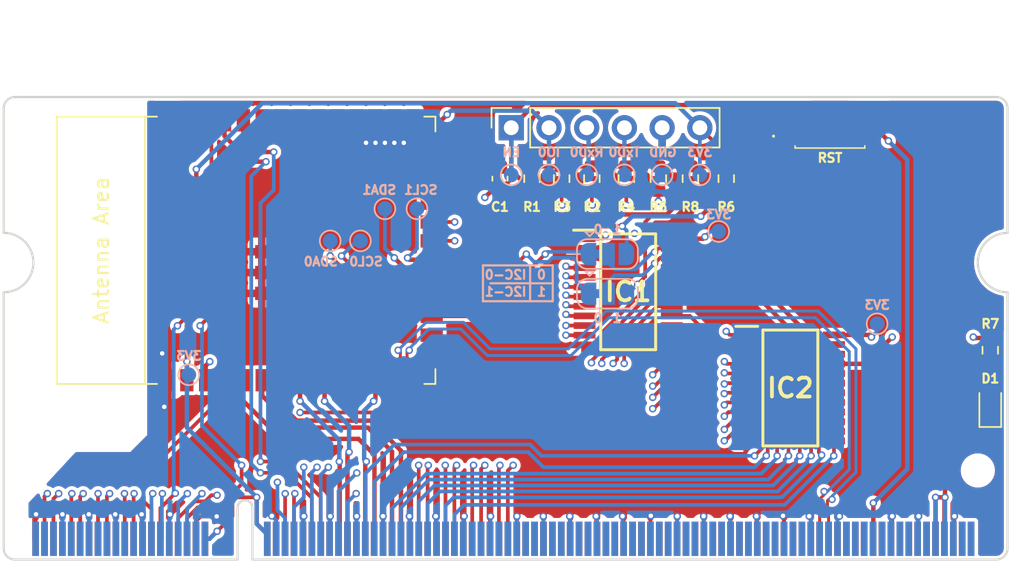
<source format=kicad_pcb>
(kicad_pcb (version 20211014) (generator pcbnew)
  (layers (0 "F.Cu" signal) (1 "In1.Cu" signal) (2 "In2.Cu" signal) (31 "B.Cu" signal) (34 "B.Paste" user) (35 "F.Paste" user) (36 "B.SilkS" user "B.Silkscreen") (37 "F.SilkS" user "F.Silkscreen") (38 "B.Mask" user) (39 "F.Mask" user) (44 "Edge.Cuts" user))
  (net 0 "")
  (net 1 "+3V3")
  (net 2 "GND")
  (net 5 "/~{E1_INT}")
  (net 55 "/SCL")
  (net 56 "/SDA")
  (net 70 "/~{E2_INT}")
  (net 74 "E2_IO0_0")
  (net 75 "E2_IO0_1")
  (net 76 "E2_IO0_2")
  (net 77 "E2_IO0_3")
  (net 78 "E2_IO0_4")
  (net 79 "E2_IO0_5")
  (net 80 "E2_IO0_6")
  (net 81 "E2_IO0_7")
  (net 82 "E2_IO1_0")
  (net 83 "E2_IO1_1")
  (net 84 "E2_IO1_2")
  (net 85 "E2_IO1_3")
  (net 86 "E2_IO1_4")
  (net 87 "E2_IO1_5")
  (net 88 "E2_IO1_6")
  (net 89 "E2_IO1_7")
  (net 90 "E1_IO0_0")
  (net 91 "/SDA0")
  (net 96 "E1_IO0_1")
  (net 102 "E1_IO0_2")
  (net 103 "E1_IO0_3")
  (net 104 "Net-(D1-Pad2)")
  (net 105 "/ESP32-CM/ESP_EN{slash}CM_RUN")
  (net 106 "/ESP32-CM/RXD0")
  (net 108 "/ESP32-CM/TXD0")
  (net 109 "E1_IO0_4")
  (net 110 "E1_IO0_5")
  (net 111 "E1_IO0_6")
  (net 112 "E1_IO0_7")
  (net 113 "E1_IO1_0")
  (net 114 "E1_IO1_1")
  (net 115 "E1_IO1_2")
  (net 116 "E1_IO1_3")
  (net 117 "E1_IO1_4")
  (net 118 "E1_IO1_5")
  (net 119 "E1_IO1_6")
  (net 120 "E1_IO1_7")
  (net 121 "/SCL0")
  (net 122 "/ESP32-CM/IO0")
  (net 127 "/ESP32-CM/USB_D-")
  (net 128 "/ESP32-CM/USB_D+")
  (net 129 "/ESP32-CM/V1SPI_CLK")
  (net 130 "/ESP32-CM/V1SPI_MOSI")
  (net 131 "/ESP32-CM/V1SPI_MISO")
  (net 132 "/ESP32-CM/V1SPI_CS")
  (net 133 "/ESP32-CM/V0SPI_CLK")
  (net 134 "/ESP32-CM/V0SPI_MOSI")
  (net 135 "/ESP32-CM/V0SPI_MISO")
  (net 136 "/ESP32-CM/V0SPI_CS")
  (net 139 "/ESP32-CM/GPIO15{slash}RTS")
  (net 140 "/ESP32-CM/GPIO16{slash}CTS")
  (net 153 "/SDA1")
  (net 154 "/SCL1")
  (footprint "Resistor_SMD:R_0603_1608Metric" (layer "F.Cu") (at 157.353 82.423 90)
    (fp_text reference "R4")
    (fp_text value "10k")
  )
  (footprint "LED_SMD:LED_0603_1608Metric" (layer "F.Cu") (at 181.864 97.663 90)
    (fp_text reference "D1")
    (fp_text value "LED_RED")
  )
  (footprint "Resistor_SMD:R_0603_1608Metric" (layer "F.Cu") (at 161.671 82.423 90)
    (fp_text reference "R8")
    (fp_text value "10k")
  )
  (footprint "Resistor_SMD:R_0603_1608Metric" (layer "F.Cu") (at 164.084 82.423 90)
    (fp_text reference "R6")
    (fp_text value "10k")
  )
  (footprint "KiCad:EVQPUA02K" (layer "F.Cu") (at 171.069 78.613 180)
    (fp_text reference "S1" hide)
    (fp_text value "EVQ-PUA02K/DNP" hide)
  )
  (footprint "Resistor_SMD:R_0603_1608Metric" (layer "F.Cu") (at 181.864 93.98 90)
    (fp_text reference "R7")
    (fp_text value "1k")
  )
  (footprint "SODIMM:SODIMM_DDR2_EDGE" (layer "F.Cu") (at 115.425346 108.077001)
    (fp_text reference "J1" hide)
    (fp_text value "SODIMM-200")
  )
  (footprint "PI4IOE5V9535LEX:SOP65P640X120-24N" (layer "F.Cu") (at 157.48 90.043)
    (fp_text reference "IC1")
    (fp_text value "PI4IOE5V9535LEX" hide)
  )
  (footprint "Resistor_SMD:R_0603_1608Metric" (layer "F.Cu") (at 151.003 82.423 90)
    (fp_text reference "R1")
    (fp_text value "10k")
  )
  (footprint "Resistor_SMD:R_0603_1608Metric" (layer "F.Cu") (at 155.034 82.423 90)
    (fp_text reference "R2")
    (fp_text value "10k")
  )
  (footprint "PI4IOE5V9535LEX:SOP65P640X120-24N" (layer "F.Cu") (at 168.402 96.52)
    (fp_text reference "IC2")
    (fp_text value "PI4IOE5V9535LEX" hide)
  )
  (footprint "Resistor_SMD:R_0603_1608Metric" (layer "F.Cu") (at 159.512 82.423 90)
    (fp_text reference "R5")
    (fp_text value "10k")
  )
  (footprint "Espressif:ESP32-S2-SOLO" (layer "F.Cu") (at 134.747 87.249 90)
    (fp_text reference "U1" hide)
    (fp_text value "ESP32-S2-SOLO")
  )
  (footprint "Resistor_SMD:R_0603_1608Metric" (layer "F.Cu") (at 153.002 82.423 90)
    (fp_text reference "R3")
    (fp_text value "10k")
  )
  (footprint "Connector_PinSocket_2.54mm:PinSocket_1x06_P2.54mm_Vertical" (layer "F.Cu") (at 149.606 78.994 90)
    (fp_text reference "J2" hide)
    (fp_text value "Debug Connector/DNP")
  )
  (footprint "Capacitor_SMD:C_0603_1608Metric" (layer "F.Cu") (at 148.844 82.423 90)
    (fp_text reference "C1")
    (fp_text value "0.1uF")
  )
  (footprint "TestPoint:TestPoint_Pad_D1.0mm" (layer "B.Cu") (at 157.226 82.169 180)
    (fp_text reference "TP4" hide)
    (fp_text value "TP_TX")
  )
  (footprint "TestPoint:TestPoint_Pad_D1.0mm" (layer "B.Cu") (at 137.414 86.614 180)
    (fp_text reference "TP10" hide)
    (fp_text value "TP_SDA0")
  )
  (footprint "TestPoint:TestPoint_Pad_D1.0mm" (layer "B.Cu") (at 152.146 82.169 180)
    (fp_text reference "TP2" hide)
    (fp_text value "TP_IO0")
  )
  (footprint "TestPoint:TestPoint_Pad_D1.0mm" (layer "B.Cu") (at 143.256 84.455 180)
    (fp_text reference "TP13" hide)
    (fp_text value "TP_SCL1")
  )
  (footprint "TestPoint:TestPoint_Pad_D1.0mm" (layer "B.Cu") (at 127.889 95.631 180)
    (fp_text reference "TP8" hide)
    (fp_text value "TP_3V3")
  )
  (footprint "TestPoint:TestPoint_Pad_D1.0mm" (layer "B.Cu") (at 139.446 86.614 180)
    (fp_text reference "TP11" hide)
    (fp_text value "TP_SCL0")
  )
  (footprint "TestPoint:TestPoint_Pad_D1.0mm" (layer "B.Cu") (at 159.766 82.169 180)
    (fp_text reference "TP6" hide)
    (fp_text value "TP_GND")
  )
  (footprint "TestPoint:TestPoint_Pad_D1.0mm" (layer "B.Cu") (at 174.244 92.202 180)
    (fp_text reference "TP9" hide)
    (fp_text value "TP_3V3")
  )
  (footprint "TestPoint:TestPoint_Pad_D1.0mm" (layer "B.Cu") (at 154.686 82.169 180)
    (fp_text reference "TP3" hide)
    (fp_text value "TP_RX")
  )
  (footprint "Jumper:SolderJumper-3_P1.3mm_Bridged12_RoundedPad1.0x1.5mm" (layer "B.Cu") (at 156.083 90.17)
    (fp_text reference "JP1" hide)
    (fp_text value "SolderJumper_3_Bridged12")
  )
  (footprint "Jumper:SolderJumper-3_P1.3mm_Bridged12_RoundedPad1.0x1.5mm" (layer "B.Cu") (at 156.083 87.503)
    (fp_text reference "JP2" hide)
    (fp_text value "SolderJumper_3_Bridged12")
  )
  (footprint "TestPoint:TestPoint_Pad_D1.0mm" (layer "B.Cu") (at 162.306 82.169 180)
    (fp_text reference "TP5" hide)
    (fp_text value "TP_3V3")
  )
  (footprint "TestPoint:TestPoint_Pad_D1.0mm" (layer "B.Cu") (at 149.606 82.169 180)
    (fp_text reference "TP1" hide)
    (fp_text value "TP_EN")
  )
  (footprint "TestPoint:TestPoint_Pad_D1.0mm" (layer "B.Cu") (at 141.097 84.455 180)
    (fp_text reference "TP12" hide)
    (fp_text value "TP_SDA1")
  )
  (footprint "TestPoint:TestPoint_Pad_D1.0mm" (layer "B.Cu") (at 163.576 85.979 180)
    (fp_text reference "TP7" hide)
    (fp_text value "TP_3V3")
  )
  (gr_line (start 150.876 88.265) (end 150.876 90.678) (layer "B.SilkS") (width 0.15))
  (gr_line (start 147.701 90.678) (end 147.701 88.265) (layer "B.SilkS") (width 0.15))
  (gr_line (start 147.701 88.265) (end 152.4 88.265) (layer "B.SilkS") (width 0.15))
  (gr_line (start 152.4 89.4715) (end 148.209 89.4715) (layer "B.SilkS") (width 0.15))
  (gr_line (start 152.4 90.678) (end 147.701 90.678) (layer "B.SilkS") (width 0.15))
  (gr_line (start 152.4 88.265) (end 152.4 90.678) (layer "B.SilkS") (width 0.15))
  (gr_arc (start 183.025346 107.327001) (mid 182.806139 107.856868) (end 182.276655 108.077) (layer "Edge.Cuts") (width 0.15))
  (gr_arc (start 131.175346 104.577001) (mid 131.675346 104.077001) (end 132.175346 104.577001) (layer "Edge.Cuts") (width 0.15))
  (gr_arc (start 115.425346 77.677001) (mid 115.644553 77.147134) (end 116.174037 76.927002) (layer "Edge.Cuts") (width 0.15))
  (gr_line (start 132.175346 108.077001) (end 182.276655 108.077) (layer "Edge.Cuts") (width 0.15))
  (gr_arc (start 116.175345 108.075692) (mid 115.645478 107.856485) (end 115.425346 107.327001) (layer "Edge.Cuts") (width 0.15))
  (gr_line (start 132.175346 108.077001) (end 132.175346 104.577001) (layer "Edge.Cuts") (width 0.15))
  (gr_line (start 116.174037 76.927001) (end 182.275346 76.927001) (layer "Edge.Cuts") (width 0.15))
  (gr_line (start 115.425346 90.077001) (end 115.425346 107.327001) (layer "Edge.Cuts") (width 0.15))
  (gr_line (start 183.025345 77.677001) (end 183.025346 86.077001) (layer "Edge.Cuts") (width 0.15))
  (gr_line (start 183.025346 107.327001) (end 183.025346 90.077001) (layer "Edge.Cuts") (width 0.15))
  (gr_line (start 131.175346 108.077001) (end 131.175346 104.577001) (layer "Edge.Cuts") (width 0.15))
  (gr_arc (start 182.275346 76.927001) (mid 182.805676 77.146671) (end 183.025345 77.677001) (layer "Edge.Cuts") (width 0.15))
  (gr_line (start 131.175346 108.077001) (end 116.175345 108.075692) (layer "Edge.Cuts") (width 0.15))
  (gr_line (start 115.425346 77.677001) (end 115.425346 86.077001) (layer "Edge.Cuts") (width 0.15))
  (gr_arc (start 115.425346 86.077001) (mid 117.425346 88.077001) (end 115.425346 90.077001) (layer "Edge.Cuts") (width 0.15))
  (gr_arc (start 183.025346 90.077001) (mid 181.025346 88.077001) (end 183.025346 86.077001) (layer "Edge.Cuts") (width 0.15))
  (gr_text "0" (at 151.638 88.9) (layer "B.SilkS") (effects (font (size 0.6 0.6)) (justify mirror)))
  (gr_text "3V3" (at 174.244 90.932) (layer "B.SilkS") (effects (font (size 0.6 0.6)) (justify mirror)))
  (gr_text "3V3" (at 127.889 94.361) (layer "B.SilkS") (effects (font (size 0.6 0.6)) (justify mirror)))
  (gr_text "3V3" (at 163.576 84.836) (layer "B.SilkS") (effects (font (size 0.6 0.6)) (justify mirror)))
  (gr_text "I2C-1" (at 149.225 90.043) (layer "B.SilkS") (effects (font (size 0.6 0.6)) (justify mirror)))
  (gr_text "3V3" (at 162.306 80.645) (layer "B.SilkS") (effects (font (size 0.6 0.6)) (justify mirror)))
  (gr_text "EN" (at 149.606 80.645) (layer "B.SilkS") (effects (font (size 0.6 0.6)) (justify mirror)))
  (gr_text "1" (at 151.638 90.043) (layer "B.SilkS") (effects (font (size 0.6 0.6)) (justify mirror)))
  (gr_text "GND" (at 159.817743 80.645) (layer "B.SilkS") (effects (font (size 0.6 0.6)) (justify mirror)))
  (gr_text "SCL1" (at 143.51 83.185) (layer "B.SilkS") (effects (font (size 0.6 0.6)) (justify mirror)))
  (gr_text "SCL0" (at 139.827 88.011) (layer "B.SilkS") (effects (font (size 0.6 0.6)) (justify mirror)))
  (gr_text "1" (at 156.718 85.852) (layer "B.SilkS") (effects (font (size 0.6 0.6)) (justify mirror)))
  (gr_text "SDA0\n" (at 136.779 88.011) (layer "B.SilkS") (effects (font (size 0.6 0.6)) (justify mirror)))
  (gr_text "0" (at 155.448 91.821) (layer "B.SilkS") (effects (font (size 0.6 0.6)) (justify mirror)))
  (gr_text "TxD0" (at 157.226 80.645) (layer "B.SilkS") (effects (font (size 0.6 0.6)) (justify mirror)))
  (gr_text "1" (at 156.718 91.821) (layer "B.SilkS") (effects (font (size 0.6 0.6)) (justify mirror)))
  (gr_text "IO0" (at 152.146 80.645) (layer "B.SilkS") (effects (font (size 0.6 0.6)) (justify mirror)))
  (gr_text "SDA1" (at 140.716 83.185) (layer "B.SilkS") (effects (font (size 0.6 0.6)) (justify mirror)))
  (gr_text "RxD0" (at 154.686 80.645) (layer "B.SilkS") (effects (font (size 0.6 0.6)) (justify mirror)))
  (gr_text "0" (at 155.448 85.852) (layer "B.SilkS") (effects (font (size 0.6 0.6)) (justify mirror)))
  (gr_text "I2C-0" (at 149.225 88.9) (layer "B.SilkS") (effects (font (size 0.6 0.6)) (justify mirror)))
  (gr_text "RST" (at 171.069 81.026) (layer "F.SilkS") (effects (font (size 0.6 0.6))))
  (segment (start 171.34 92.945) (end 173.717 92.945) (width 0.3) (layer "F.Cu") (net 1))
  (segment (start 127.762 94.742) (end 127.762 95.994) (width 0.3) (layer "F.Cu") (net 1))
  (segment (start 178.181 103.886) (end 178.816 103.886) (width 0.3) (layer "F.Cu") (net 1))
  (segment (start 133.175346 106.677001) (end 133.175346 106.378346) (width 0.3) (layer "F.Cu") (net 1))
  (segment (start 178.181 106.671347) (end 178.175346 106.677001) (width 0.3) (layer "F.Cu") (net 1))
  (segment (start 178.816 96.671573) (end 181.864 93.623573) (width 0.3) (layer "F.Cu") (net 1))
  (segment (start 164.084 81.598) (end 151.003 81.598) (width 0.3) (layer "F.Cu") (net 1))
  (segment (start 132.461 103.886) (end 131.120994 103.886) (width 0.25) (layer "F.Cu") (net 1))
  (segment (start 173.717 92.945) (end 173.863 93.091) (width 0.3) (layer "F.Cu") (net 1))
  (segment (start 127.762 95.994) (end 127.757 95.999) (width 0.3) (layer "F.Cu") (net 1))
  (segment (start 178.775346 106.677001) (end 178.775346 103.926654) (width 0.3) (layer "F.Cu") (net 1))
  (segment (start 171.34 94.895) (end 173.456 94.895) (width 0.3) (layer "F.Cu") (net 1))
  (segment (start 173.456 94.895) (end 175.26 93.091) (width 0.3) (layer "F.Cu") (net 1))
  (segment (start 178.816 103.886) (end 178.816 96.671573) (width 0.3) (layer "F.Cu") (net 1))
  (segment (start 162.306 78.994) (end 164.084 80.772) (width 0.25) (layer "F.Cu") (net 1))
  (segment (start 162.520902 86.468) (end 162.647829 86.341073) (width 0.3) (layer "F.Cu") (net 1))
  (segment (start 133.175346 106.378346) (end 132.461 105.664) (width 0.3) (layer "F.Cu") (net 1))
  (segment (start 132.461 105.664) (end 132.461 103.886) (width 0.3) (layer "F.Cu") (net 1))
  (segment (start 164.084 80.772) (end 164.084 81.598) (width 0.25) (layer "F.Cu") (net 1))
  (segment (start 181.864 93.623573) (end 181.864 93.155) (width 0.3) (layer "F.Cu") (net 1))
  (segment (start 181.864 93.155) (end 180.785 93.155) (width 0.3) (layer "F.Cu") (net 1))
  (segment (start 160.418 86.468) (end 162.520902 86.468) (width 0.3) (layer "F.Cu") (net 1))
  (segment (start 127.762 92.329) (end 127.762 94.742) (width 0.3) (layer "F.Cu") (net 1))
  (segment (start 178.775346 103.926654) (end 178.816 103.886) (width 0.3) (layer "F.Cu") (net 1))
  (segment (start 128.975346 106.677001) (end 129.288999 106.677001) (width 0.25) (layer "F.Cu") (net 1))
  (segment (start 128.397 91.694) (end 127.762 92.329) (width 0.3) (layer "F.Cu") (net 1))
  (segment (start 178.181 103.886) (end 178.181 106.671347) (width 0.3) (layer "F.Cu") (net 1))
  (segment (start 131.120994 103.886) (end 130.828511 104.178483) (width 0.25) (layer "F.Cu") (net 1))
  (segment (start 130.828511 105.137489) (end 129.794 106.172) (width 0.25) (layer "F.Cu") (net 1))
  (segment (start 129.288999 106.677001) (end 129.794 106.172) (width 0.25) (layer "F.Cu") (net 1))
  (segment (start 128.397 81.788) (end 128.397 91.694) (width 0.3) (layer "F.Cu") (net 1))
  (segment (start 130.828511 104.178483) (end 130.828511 105.137489) (width 0.25) (layer "F.Cu") (net 1))
  (segment (start 180.785 93.155) (end 180.721 93.091) (width 0.3) (layer "F.Cu") (net 1))
  (via (at 127.762 94.742) (size 0.5) (drill 0.3) (layers "F.Cu" "B.Cu") (net 1))
  (via (at 178.816 103.886) (size 0.5) (drill 0.3) (layers "F.Cu" "B.Cu") (net 1))
  (via (at 178.181 103.886) (size 0.5) (drill 0.3) (layers "F.Cu" "B.Cu") (net 1))
  (via (at 128.397 81.788) (size 0.5) (drill 0.3) (layers "F.Cu" "B.Cu") (net 1))
  (via (at 129.794 106.172) (size 0.5) (drill 0.3) (layers "F.Cu" "B.Cu") (net 1))
  (via (at 175.26 93.091) (size 0.5) (drill 0.3) (layers "F.Cu" "B.Cu") (net 1))
  (via (at 180.721 93.091) (size 0.5) (drill 0.3) (layers "F.Cu" "B.Cu") (net 1))
  (via (at 162.647829 86.341073) (size 0.5) (drill 0.3) (layers "F.Cu" "B.Cu") (net 1))
  (via (at 173.863 93.091) (size 0.5) (drill 0.3) (layers "F.Cu" "B.Cu") (net 1))
  (via (at 132.461 103.886) (size 0.5) (drill 0.3) (layers "F.Cu" "B.Cu") (net 1))
  (segment (start 163.576 85.979) (end 163.009902 85.979) (width 0.25) (layer "B.Cu") (net 1))
  (segment (start 127.762 94.742) (end 127.762 99.187) (width 0.3) (layer "B.Cu") (net 1))
  (segment (start 178.816 106.636347) (end 178.775346 106.677001) (width 0.3) (layer "B.Cu") (net 1))
  (segment (start 127.762 99.187) (end 132.461 103.886) (width 0.3) (layer "B.Cu") (net 1))
  (segment (start 174.244 92.71) (end 173.863 93.091) (width 0.25) (layer "B.Cu") (net 1))
  (segment (start 162.306 78.994) (end 162.306 82.169) (width 0.25) (layer "B.Cu") (net 1))
  (segment (start 178.175346 106.677001) (end 178.175346 103.891654) (width 0.3) (layer "B.Cu") (net 1))
  (segment (start 133.175346 106.677001) (end 133.175346 106.378346) (width 0.3) (layer "B.Cu") (net 1))
  (segment (start 128.397 81.788) (end 132.842 77.343) (width 0.3) (layer "B.Cu") (net 1))
  (segment (start 178.816 103.886) (end 178.816 106.636347) (width 0.3) (layer "B.Cu") (net 1))
  (segment (start 163.009902 85.979) (end 162.647829 86.341073) (width 0.25) (layer "B.Cu") (net 1))
  (segment (start 178.175346 103.891654) (end 178.181 103.886) (width 0.3) (layer "B.Cu") (net 1))
  (segment (start 128.975346 106.677001) (end 129.288999 106.677001) (width 0.3) (layer "B.Cu") (net 1))
  (segment (start 174.244 92.202) (end 174.244 92.71) (width 0.25) (layer "B.Cu") (net 1))
  (segment (start 132.842 77.343) (end 160.655 77.343) (width 0.3) (layer "B.Cu") (net 1))
  (segment (start 129.288999 106.677001) (end 129.794 106.172) (width 0.3) (layer "B.Cu") (net 1))
  (segment (start 132.461 105.664) (end 132.461 103.886) (width 0.3) (layer "B.Cu") (net 1))
  (segment (start 133.175346 106.378346) (end 132.461 105.664) (width 0.3) (layer "B.Cu") (net 1))
  (segment (start 160.655 77.343) (end 162.306 78.994) (width 0.3) (layer "B.Cu") (net 1))
  (segment (start 119.38 105.029) (end 119.38 106.672347) (width 0.25) (layer "F.Cu") (net 2))
  (segment (start 158.975346 105.156153) (end 159.004 105.127499) (width 0.25) (layer "F.Cu") (net 2))
  (segment (start 151.765 105.156) (end 151.765 106.666655) (width 0.25) (layer "F.Cu") (net 2))
  (segment (start 166.116 106.617655) (end 166.175346 106.677001) (width 0.25) (layer "F.Cu") (net 2))
  (segment (start 153.575346 105.188346) (end 153.543 105.156) (width 0.25) (layer "F.Cu") (net 2))
  (segment (start 122.936 105.029) (end 122.936 106.637655) (width 0.25) (layer "F.Cu") (net 2))
  (segment (start 135.575346 105.216654) (end 135.636 105.156) (width 0.25) (layer "F.Cu") (net 2))
  (segment (start 160.782 106.670347) (end 160.775346 106.677001) (width 0.25) (layer "F.Cu") (net 2))
  (segment (start 146.431 106.621347) (end 146.375346 106.677001) (width 0.25) (layer "F.Cu") (net 2))
  (segment (start 119.38 106.672347) (end 119.375346 106.677001) (width 0.25) (layer "F.Cu") (net 2))
  (segment (start 144.575346 106.677001) (end 144.575346 105.205346) (width 0.25) (layer "F.Cu") (net 2))
  (segment (start 124.775346 106.677001) (end 124.775346 105.090346) (width 0.25) (layer "F.Cu") (net 2))
  (segment (start 124.775346 105.090346) (end 124.714 105.029) (width 0.25) (layer "F.Cu") (net 2))
  (segment (start 175.26 106.592347) (end 175.175346 106.677001) (width 0.25) (layer "F.Cu") (net 2))
  (segment (start 176.975346 105.218654) (end 177.038 105.156) (width 0.25) (layer "F.Cu") (net 2))
  (segment (start 137.375346 106.677001) (end 137.375346 105.194654) (width 0.25) (layer "F.Cu") (net 2))
  (segment (start 117.575346 105.055654) (end 117.602 105.029) (width 0.25) (layer "F.Cu") (net 2))
  (segment (start 121.175346 106.677001) (end 121.175346 105.046346) (width 0.25) (layer "F.Cu") (net 2))
  (segment (start 139.192 106.660347) (end 139.175346 106.677001) (width 0.25) (layer "F.Cu") (net 2))
  (segment (start 166.116 105.156) (end 166.116 106.617655) (width 0.25) (layer "F.Cu") (net 2))
  (segment (start 133.775346 105.429928) (end 133.775346 106.677001) (width 0.25) (layer "F.Cu") (net 2))
  (segment (start 164.375346 106.677001) (end 164.375346 105.193346) (width 0.25) (layer "F.Cu") (net 2))
  (segment (start 149.987 105.156) (end 149.987 106.665347) (width 0.25) (layer "F.Cu") (net 2))
  (segment (start 164.375346 105.193346) (end 164.338 105.156) (width 0.25) (layer "F.Cu") (net 2))
  (segment (start 171.575346 105.284654) (end 171.704 105.156) (width 0.25) (layer "F.Cu") (net 2))
  (segment (start 126.575346 106.677001) (end 126.575346 105.072654) (width 0.25) (layer "F.Cu") (net 2))
  (segment (start 128.375346 105.488647) (end 128.694025 105.169968) (width 0.25) (layer "F.Cu") (net 2))
  (segment (start 169.775346 105.259346) (end 169.775346 106.677001) (width 0.25) (layer "F.Cu") (net 2))
  (segment (start 151.765 106.666655) (end 151.775346 106.677001) (width 0.25) (layer "F.Cu") (net 2))
  (segment (start 142.748 106.649655) (end 142.775346 106.677001) (width 0.25) (layer "F.Cu") (net 2))
  (segment (start 139.192 105.156) (end 139.192 106.660347) (width 0.25) (layer "F.Cu") (net 2))
  (segment (start 148.175346 105.189654) (end 148.209 105.156) (width 0.25) (layer "F.Cu") (net 2))
  (segment (start 155.321 106.622655) (end 155.375346 106.677001) (width 0.25) (layer "F.Cu") (net 2))
  (segment (start 155.321 105.156) (end 155.321 106.622655) (width 0.25) (layer "F.Cu") (net 2))
  (segment (start 153.575346 106.677001) (end 153.575346 105.188346) (width 0.25) (layer "F.Cu") (net 2))
  (segment (start 169.672 105.156) (end 169.775346 105.259346) (width 0.25) (layer "F.Cu") (net 2))
  (segment (start 157.175346 105.232346) (end 157.099 105.156) (width 0.25) (layer "F.Cu") (net 2))
  (segment (start 137.375346 105.194654) (end 137.414 105.156) (width 0.25) (layer "F.Cu") (net 2))
  (segment (start 158.975346 106.677001) (end 158.975346 105.156153) (width 0.25) (layer "F.Cu") (net 2))
  (segment (start 128.375346 106.677001) (end 128.375346 105.488647) (width 0.25) (layer "F.Cu") (net 2))
  (segment (start 179.451 106.601347) (end 179.375346 106.677001) (width 0.25) (layer "F.Cu") (net 2))
  (segment (start 140.975346 106.677001) (end 140.975346 105.161346) (width 0.25) (layer "F.Cu") (net 2))
  (segment (start 122.936 106.637655) (end 122.975346 106.677001) (width 0.25) (layer "F.Cu") (net 2))
  (segment (start 175.26 105.156) (end 175.26 106.592347) (width 0.25) (layer "F.Cu") (net 2))
  (segment (start 140.975346 105.161346) (end 140.97 105.156) (width 0.25) (layer "F.Cu") (net 2))
  (segment (start 144.575346 105.205346) (end 144.526 105.156) (width 0.25) (layer "F.Cu") (net 2))
  (segment (start 167.975346 105.195228) (end 167.907617 105.127499) (width 0.25) (layer "F.Cu") (net 2))
  (segment (start 157.175346 106.677001) (end 157.175346 105.232346) (width 0.25) (layer "F.Cu") (net 2))
  (segment (start 171.575346 106.677001) (end 171.575346 105.284654) (width 0.25) (layer "F.Cu") (net 2))
  (segment (start 162.56 105.156) (end 162.56 106.661655) (width 0.25) (layer "F.Cu") (net 2))
  (segment (start 179.451 105.156) (end 179.451 106.601347) (width 0.25) (layer "F.Cu") (net 2))
  (segment (start 176.975346 106.677001) (end 176.975346 105.218654) (width 0.25) (layer "F.Cu") (net 2))
  (segment (start 148.175346 106.677001) (end 148.175346 105.189654) (width 0.25) (layer "F.Cu") (net 2))
  (segment (start 149.987 106.665347) (end 149.975346 106.677001) (width 0.25) (layer "F.Cu") (net 2))
  (segment (start 117.575346 106.677001) (end 117.575346 105.055654) (width 0.25) (layer "F.Cu") (net 2))
  (segment (start 160.782 105.156) (end 160.782 106.670347) (width 0.25) (layer "F.Cu") (net 2))
  (segment (start 167.975346 106.677001) (end 167.975346 105.195228) (width 0.25) (layer "F.Cu") (net 2))
  (segment (start 162.56 106.661655) (end 162.575346 106.677001) (width 0.25) (layer "F.Cu") (net 2))
  (segment (start 135.575346 106.677001) (end 135.575346 105.216654) (width 0.25) (layer "F.Cu") (net 2))
  (segment (start 126.575346 105.072654) (end 126.619 105.029) (width 0.25) (layer "F.Cu") (net 2))
  (segment (start 142.748 105.156) (end 142.748 106.649655) (width 0.25) (layer "F.Cu") (net 2))
  (segment (start 146.431 105.156) (end 146.431 106.621347) (width 0.25) (layer "F.Cu") (net 2))
  (segment (start 128.694025 105.169968) (end 129.767679 105.169968) (width 0.25) (layer "F.Cu") (net 2))
  (segment (start 133.481181 105.135763) (end 133.775346 105.429928) (width 0.25) (layer "F.Cu") (net 2))
  (segment (start 121.175346 105.046346) (end 121.158 105.029) (width 0.25) (layer "F.Cu") (net 2))
  (via (at 142.748 105.156) (size 0.5) (drill 0.3) (layers "F.Cu" "B.Cu") (net 2))
  (via (at 169.672 105.156) (size 0.5) (drill 0.3) (layers "F.Cu" "B.Cu") (net 2))
  (via (at 140.462 80.01) (size 0.5) (drill 0.3) (layers "F.Cu" "B.Cu") (net 2))
  (via (at 126.096092 94.19316) (size 0.5) (drill 0.3) (layers "F.Cu" "B.Cu") (net 2))
  (via (at 122.936 105.029) (size 0.5) (drill 0.3) (layers "F.Cu" "B.Cu") (net 2))
  (via (at 179.451 105.156) (size 0.5) (drill 0.3) (layers "F.Cu" "B.Cu") (net 2))
  (via (at 144.526 105.156) (size 0.5) (drill 0.3) (layers "F.Cu" "B.Cu") (net 2))
  (via (at 177.038 105.156) (size 0.5) (drill 0.3) (layers "F.Cu" "B.Cu") (net 2))
  (via (at 121.158 105.029) (size 0.5) (drill 0.3) (layers "F.Cu" "B.Cu") (net 2))
  (via (at 129.767679 105.169968) (size 0.5) (drill 0.3) (layers "F.Cu" "B.Cu") (net 2))
  (via (at 135.636 105.156) (size 0.5) (drill 0.3) (layers "F.Cu" "B.Cu") (net 2))
  (via (at 153.543 105.156) (size 0.5) (drill 0.3) (layers "F.Cu" "B.Cu") (net 2))
  (via (at 140.97 105.156) (size 0.5) (drill 0.3) (layers "F.Cu" "B.Cu") (net 2))
  (via (at 146.431 105.156) (size 0.5) (drill 0.3) (layers "F.Cu" "B.Cu") (net 2))
  (via (at 139.192 105.156) (size 0.5) (drill 0.3) (layers "F.Cu" "B.Cu") (net 2))
  (via (at 164.338 105.156) (size 0.5) (drill 0.3) (layers "F.Cu" "B.Cu") (net 2))
  (via (at 139.827 80.01) (size 0.5) (drill 0.3) (layers "F.Cu" "B.Cu") (net 2))
  (via (at 126.619 105.029) (size 0.5) (drill 0.3) (layers "F.Cu" "B.Cu") (net 2))
  (via (at 157.099 105.156) (size 0.5) (drill 0.3) (layers "F.Cu" "B.Cu") (net 2))
  (via (at 133.481181 105.135763) (size 0.5) (drill 0.3) (layers "F.Cu" "B.Cu") (net 2))
  (via (at 148.209 105.156) (size 0.5) (drill 0.3) (layers "F.Cu" "B.Cu") (net 2))
  (via (at 137.414 105.156) (size 0.5) (drill 0.3) (layers "F.Cu" "B.Cu") (net 2))
  (via (at 160.782 105.156) (size 0.5) (drill 0.3) (layers "F.Cu" "B.Cu") (net 2))
  (via (at 155.321 105.156) (size 0.5) (drill 0.3) (layers "F.Cu" "B.Cu") (net 2))
  (via (at 149.987 105.156) (size 0.5) (drill 0.3) (layers "F.Cu" "B.Cu") (net 2))
  (via (at 141.732 80.01) (size 0.5) (drill 0.3) (layers "F.Cu" "B.Cu") (net 2))
  (via (at 162.56 105.156) (size 0.5) (drill 0.3) (layers "F.Cu" "B.Cu") (net 2))
  (via (at 119.38 105.029) (size 0.5) (drill 0.3) (layers "F.Cu" "B.Cu") (net 2))
  (via (at 171.704 105.156) (size 0.5) (drill 0.3) (layers "F.Cu" "B.Cu") (net 2))
  (via (at 166.116 105.156) (size 0.5) (drill 0.3) (layers "F.Cu" "B.Cu") (net 2))
  (via (at 175.26 105.156) (size 0.5) (drill 0.3) (layers "F.Cu" "B.Cu") (net 2))
  (via (at 117.602 105.029) (size 0.5) (drill 0.3) (layers "F.Cu" "B.Cu") (net 2))
  (via (at 141.097 80.01) (size 0.5) (drill 0.3) (layers "F.Cu" "B.Cu") (net 2))
  (via (at 167.907617 105.127499) (size 0.5) (drill 0.3) (layers "F.Cu" "B.Cu") (net 2))
  (via (at 151.765 105.156) (size 0.5) (drill 0.3) (layers "F.Cu" "B.Cu") (net 2))
  (via (at 124.714 105.029) (size 0.5) (drill 0.3) (layers "F.Cu" "B.Cu") (net 2))
  (via (at 142.367 80.01) (size 0.5) (drill 0.3) (layers "F.Cu" "B.Cu") (net 2))
  (via (at 126.238 97.79) (size 0.5) (drill 0.3) (layers "F.Cu" "B.Cu") (net 2))
  (via (at 159.004 105.127499) (size 0.5) (drill 0.3) (layers "F.Cu" "B.Cu") (net 2))
  (segment (start 160.775346 105.162654) (end 160.782 105.156) (width 0.25) (layer "B.Cu") (net 2))
  (segment (start 148.209 106.643347) (end 148.175346 106.677001) (width 0.25) (layer "B.Cu") (net 2))
  (segment (start 179.375346 105.231654) (end 179.451 105.156) (width 0.25) (layer "B.Cu") (net 2))
  (segment (start 177.038 106.614347) (end 176.975346 106.677001) (width 0.25) (layer "B.Cu") (net 2))
  (segment (start 121.158 105.029) (end 121.158 106.659655) (width 0.25) (layer "B.Cu") (net 2))
  (segment (start 169.775346 105.259346) (end 169.672 105.156) (width 0.25) (layer "B.Cu") (net 2))
  (segment (start 121.158 106.659655) (end 121.175346 106.677001) (width 0.25) (layer "B.Cu") (net 2))
  (segment (start 135.636 105.156) (end 135.636 106.616347) (width 0.25) (layer "B.Cu") (net 2))
  (segment (start 137.414 105.156) (end 137.414 106.638347) (width 0.25) (layer "B.Cu") (net 2))
  (segment (start 155.375346 106.677001) (end 155.375346 105.210346) (width 0.25) (layer "B.Cu") (net 2))
  (segment (start 146.375346 105.211654) (end 146.431 105.156) (width 0.25) (layer "B.Cu") (net 2))
  (segment (start 140.97 106.671655) (end 140.975346 106.677001) (width 0.25) (layer "B.Cu") (net 2))
  (segment (start 164.338 105.156) (end 164.338 106.639655) (width 0.25) (layer "B.Cu") (net 2))
  (segment (start 140.97 105.156) (end 140.97 106.671655) (width 0.25) (layer "B.Cu") (net 2))
  (segment (start 139.175346 106.677001) (end 139.175346 105.172654) (width 0.25) (layer "B.Cu") (net 2))
  (segment (start 164.338 106.639655) (end 164.375346 106.677001) (width 0.25) (layer "B.Cu") (net 2))
  (segment (start 128.375346 106.677001) (end 128.375346 105.277001) (width 0.25) (layer "B.Cu") (net 2))
  (segment (start 137.414 106.638347) (end 137.375346 106.677001) (width 0.25) (layer "B.Cu") (net 2))
  (segment (start 133.775346 105.429928) (end 133.481181 105.135763) (width 0.25) (layer "B.Cu") (net 2))
  (segment (start 177.038 105.156) (end 177.038 106.614347) (width 0.25) (layer "B.Cu") (net 2))
  (segment (start 151.775346 105.166346) (end 151.765 105.156) (width 0.25) (layer "B.Cu") (net 2))
  (segment (start 122.975346 105.068346) (end 122.936 105.029) (width 0.25) (layer "B.Cu") (net 2))
  (segment (start 146.375346 106.677001) (end 146.375346 105.211654) (width 0.25) (layer "B.Cu") (net 2))
  (segment (start 162.575346 106.677001) (end 162.575346 105.171346) (width 0.25) (layer "B.Cu") (net 2))
  (segment (start 122.975346 106.677001) (end 122.975346 105.068346) (width 0.25) (layer "B.Cu") (net 2))
  (segment (start 171.704 105.156) (end 171.575346 105.284654) (width 0.25) (layer "B.Cu") (net 2))
  (segment (start 157.099 106.600655) (end 157.175346 106.677001) (width 0.25) (layer "B.Cu") (net 2))
  (segment (start 149.975346 106.677001) (end 149.975346 105.167654) (width 0.25) (layer "B.Cu") (net 2))
  (segment (start 119.375346 106.677001) (end 119.375346 105.033654) (width 0.25) (layer "B.Cu") (net 2))
  (segment (start 144.526 105.156) (end 144.526 106.627655) (width 0.25) (layer "B.Cu") (net 2))
  (segment (start 142.775346 106.677001) (end 142.775346 105.183346) (width 0.25) (layer "B.Cu") (net 2))
  (segment (start 128.375346 105.277001) (end 128.482379 105.169968) (width 0.25) (layer "B.Cu") (net 2))
  (segment (start 169.775346 106.677001) (end 169.775346 105.259346) (width 0.25) (layer "B.Cu") (net 2))
  (segment (start 153.543 106.644655) (end 153.575346 106.677001) (width 0.25) (layer "B.Cu") (net 2))
  (segment (start 135.636 106.616347) (end 135.575346 106.677001) (width 0.25) (layer "B.Cu") (net 2))
  (segment (start 166.175346 106.677001) (end 166.175346 105.215346) (width 0.25) (layer "B.Cu") (net 2))
  (segment (start 126.575346 106.677001) (end 126.575346 105.072654) (width 0.25) (layer "B.Cu") (net 2))
  (segment (start 151.775346 106.677001) (end 151.775346 105.166346) (width 0.25) (layer "B.Cu") (net 2))
  (segment (start 124.714 106.615655) (end 124.775346 106.677001) (width 0.25) (layer "B.Cu") (net 2))
  (segment (start 155.375346 105.210346) (end 155.321 105.156) (width 0.25) (layer "B.Cu") (net 2))
  (segment (start 166.175346 105.215346) (end 166.116 105.156) (width 0.25) (layer "B.Cu") (net 2))
  (segment (start 119.375346 105.033654) (end 119.38 105.029) (width 0.25) (layer "B.Cu") (net 2))
  (segment (start 175.175346 105.240654) (end 175.26 105.156) (width 0.25) (layer "B.Cu") (net 2))
  (segment (start 179.375346 106.677001) (end 179.375346 105.231654) (width 0.25) (layer "B.Cu") (net 2))
  (segment (start 142.775346 105.183346) (end 142.748 105.156) (width 0.25) (layer "B.Cu") (net 2))
  (segment (start 124.714 105.029) (end 124.714 106.615655) (width 0.25) (layer "B.Cu") (net 2))
  (segment (start 153.543 105.156) (end 153.543 106.644655) (width 0.25) (layer "B.Cu") (net 2))
  (segment (start 133.775346 106.677001) (end 133.775346 105.429928) (width 0.25) (layer "B.Cu") (net 2))
  (segment (start 128.482379 105.169968) (end 129.767679 105.169968) (width 0.25) (layer "B.Cu") (net 2))
  (segment (start 148.209 105.156) (end 148.209 106.643347) (width 0.25) (layer "B.Cu") (net 2))
  (segment (start 144.526 106.627655) (end 144.575346 106.677001) (width 0.25) (layer "B.Cu") (net 2))
  (segment (start 126.575346 105.072654) (end 126.619 105.029) (width 0.25) (layer "B.Cu") (net 2))
  (segment (start 157.099 105.156) (end 157.099 106.600655) (width 0.25) (layer "B.Cu") (net 2))
  (segment (start 175.175346 106.677001) (end 175.175346 105.240654) (width 0.25) (layer "B.Cu") (net 2))
  (segment (start 149.975346 105.167654) (end 149.987 105.156) (width 0.25) (layer "B.Cu") (net 2))
  (segment (start 162.575346 105.171346) (end 162.56 105.156) (width 0.25) (layer "B.Cu") (net 2))
  (segment (start 139.175346 105.172654) (end 139.192 105.156) (width 0.25) (layer "B.Cu") (net 2))
  (segment (start 171.575346 105.284654) (end 171.575346 106.677001) (width 0.25) (layer "B.Cu") (net 2))
  (segment (start 160.775346 106.677001) (end 160.775346 105.162654) (width 0.25) (layer "B.Cu") (net 2))
  (segment (start 155.721 86.468) (end 155.956 86.233) (width 0.25) (layer "F.Cu") (net 5))
  (segment (start 154.542 86.468) (end 155.721 86.468) (width 0.25) (layer "F.Cu") (net 5))
  (segment (start 157.353 83.248) (end 157.353 84.201) (width 0.25) (layer "F.Cu") (net 5))
  (segment (start 144.247 85.344) (end 145.796 85.344) (width 0.25) (layer "F.Cu") (net 5))
  (via (at 157.353 84.201) (size 0.5) (drill 0.3) (layers "F.Cu" "B.Cu") (net 5))
  (via (at 145.796 85.344) (size 0.5) (drill 0.3) (layers "F.Cu" "B.Cu") (net 5))
  (via (at 155.956 86.233) (size 0.5) (drill 0.3) (layers "F.Cu" "B.Cu") (net 5))
  (segment (start 160.418 87.768) (end 159.628 87.768) (width 0.25) (layer "F.Cu") (net 55))
  (segment (start 171.34 94.245) (end 170.064 94.245) (width 0.3) (layer "F.Cu") (net 55))
  (segment (start 170.064 94.245) (end 163.587 87.768) (width 0.3) (layer "F.Cu") (net 55))
  (segment (start 159.628 87.768) (end 159.258 88.138) (width 0.25) (layer "F.Cu") (net 55))
  (segment (start 163.587 87.768) (end 160.418 87.768) (width 0.3) (layer "F.Cu") (net 55))
  (via (at 159.258 88.138) (size 0.5) (drill 0.3) (layers "F.Cu" "B.Cu") (net 55))
  (segment (start 156.083 90.17) (end 156.083 89.408) (width 0.25) (layer "B.Cu") (net 55))
  (segment (start 158.468979 88.927021) (end 159.258 88.138) (width 0.25) (layer "B.Cu") (net 55))
  (segment (start 156.563979 88.927021) (end 158.468979 88.927021) (width 0.25) (layer "B.Cu") (net 55))
  (segment (start 156.083 89.408) (end 156.563979 88.927021) (width 0.25) (layer "B.Cu") (net 55))
  (segment (start 171.34 93.595) (end 170.3025 93.595) (width 0.3) (layer "F.Cu") (net 56))
  (segment (start 160.418 87.118) (end 159.516 87.118) (width 0.25) (layer "F.Cu") (net 56))
  (segment (start 159.516 87.118) (end 159.258 87.376) (width 0.25) (layer "F.Cu") (net 56))
  (segment (start 163.8255 87.118) (end 160.418 87.118) (width 0.3) (layer "F.Cu") (net 56))
  (segment (start 170.3025 93.595) (end 163.8255 87.118) (width 0.3) (layer "F.Cu") (net 56))
  (via (at 159.258 87.376) (size 0.5) (drill 0.3) (layers "F.Cu" "B.Cu") (net 56))
  (segment (start 157.97949 88.52751) (end 156.59951 88.52751) (width 0.25) (layer "B.Cu") (net 56))
  (segment (start 159.258 87.376) (end 159.131 87.376) (width 0.25) (layer "B.Cu") (net 56))
  (segment (start 156.59951 88.52751) (end 156.083 88.011) (width 0.25) (layer "B.Cu") (net 56))
  (segment (start 159.131 87.376) (end 157.97949 88.52751) (width 0.25) (layer "B.Cu") (net 56))
  (segment (start 156.083 88.011) (end 156.083 87.503) (width 0.25) (layer "B.Cu") (net 56))
  (segment (start 144.247 86.614) (end 145.796 86.614) (width 0.25) (layer "F.Cu") (net 70))
  (segment (start 165.464 92.945) (end 164.319 92.945) (width 0.25) (layer "F.Cu") (net 70))
  (segment (start 159.512 83.248) (end 159.512 83.947) (width 0.25) (layer "F.Cu") (net 70))
  (segment (start 164.319 92.945) (end 164.084 92.71) (width 0.25) (layer "F.Cu") (net 70))
  (via (at 159.512 83.947) (size 0.5) (drill 0.3) (layers "F.Cu" "B.Cu") (net 70))
  (via (at 157.9075 86.110512) (size 0.5) (drill 0.3) (layers "F.Cu" "B.Cu") (net 70))
  (via (at 145.796 86.614) (size 0.5) (drill 0.3) (layers "F.Cu" "B.Cu") (net 70))
  (via (at 164.084 92.71) (size 0.5) (drill 0.3) (layers "F.Cu" "B.Cu") (net 70))
  (segment (start 164.11 94.895) (end 163.957 94.742) (width 0.25) (layer "F.Cu") (net 74))
  (segment (start 165.464 94.895) (end 164.11 94.895) (width 0.25) (layer "F.Cu") (net 74))
  (segment (start 148.775346 101.795087) (end 148.844 101.726433) (width 0.25) (layer "F.Cu") (net 74))
  (segment (start 148.775346 106.677001) (end 148.775346 101.795087) (width 0.25) (layer "F.Cu") (net 74))
  (via (at 148.844 101.726433) (size 0.5) (drill 0.3) (layers "F.Cu" "B.Cu") (net 74))
  (via (at 163.957 94.742) (size 0.5) (drill 0.3) (layers "F.Cu" "B.Cu") (net 74))
  (segment (start 165.464 95.545) (end 163.998 95.545) (width 0.25) (layer "F.Cu") (net 75))
  (segment (start 149.375346 106.677001) (end 149.375346 102.084087) (width 0.25) (layer "F.Cu") (net 75))
  (segment (start 163.998 95.545) (end 163.957 95.504) (width 0.25) (layer "F.Cu") (net 75))
  (segment (start 149.375346 102.084087) (end 149.733 101.726433) (width 0.25) (layer "F.Cu") (net 75))
  (via (at 163.957 95.504) (size 0.5) (drill 0.3) (layers "F.Cu" "B.Cu") (net 75))
  (via (at 149.733 101.726433) (size 0.5) (drill 0.3) (layers "F.Cu" "B.Cu") (net 75))
  (segment (start 165.464 96.195) (end 164.013699 96.195) (width 0.25) (layer "F.Cu") (net 76))
  (segment (start 164.013699 96.195) (end 163.957161 96.251538) (width 0.25) (layer "F.Cu") (net 76))
  (via (at 133.858 102.87) (size 0.5) (drill 0.3) (layers "F.Cu" "B.Cu") (net 76))
  (via (at 163.957161 96.251538) (size 0.5) (drill 0.3) (layers "F.Cu" "B.Cu") (net 76))
  (segment (start 133.858 102.87) (end 133.858 104.759655) (width 0.25) (layer "B.Cu") (net 76))
  (segment (start 134.375346 105.277001) (end 134.375346 106.677001) (width 0.25) (layer "B.Cu") (net 76))
  (segment (start 133.858 104.759655) (end 134.375346 105.277001) (width 0.25) (layer "B.Cu") (net 76))
  (segment (start 164.005923 96.845) (end 163.949923 96.901) (width 0.25) (layer "F.Cu") (net 77))
  (segment (start 165.464 96.845) (end 164.005923 96.845) (width 0.25) (layer "F.Cu") (net 77))
  (via (at 163.949923 96.901) (size 0.5) (drill 0.3) (layers "F.Cu" "B.Cu") (net 77))
  (via (at 135.636 101.854) (size 0.5) (drill 0.3) (layers "F.Cu" "B.Cu") (net 77))
  (segment (start 135.636 103.886) (end 135.636 101.854) (width 0.25) (layer "B.Cu") (net 77))
  (segment (start 134.975346 106.677001) (end 134.975346 104.546654) (width 0.25) (layer "B.Cu") (net 77))
  (segment (start 134.975346 104.546654) (end 135.636 103.886) (width 0.25) (layer "B.Cu") (net 77))
  (segment (start 164.125 97.495) (end 163.957 97.663) (width 0.25) (layer "F.Cu") (net 78))
  (segment (start 165.464 97.495) (end 164.125 97.495) (width 0.25) (layer "F.Cu") (net 78))
  (via (at 163.957 97.663) (size 0.5) (drill 0.3) (layers "F.Cu" "B.Cu") (net 78))
  (via (at 136.525 101.854) (size 0.5) (drill 0.3) (layers "F.Cu" "B.Cu") (net 78))
  (segment (start 136.175346 102.203654) (end 136.525 101.854) (width 0.25) (layer "B.Cu") (net 78))
  (segment (start 136.175346 106.677001) (end 136.175346 102.203654) (width 0.25) (layer "B.Cu") (net 78))
  (segment (start 165.464 98.145) (end 164.237 98.145) (width 0.25) (layer "F.Cu") (net 79))
  (segment (start 164.237 98.145) (end 163.957 98.425) (width 0.25) (layer "F.Cu") (net 79))
  (via (at 163.957 98.425) (size 0.5) (drill 0.3) (layers "F.Cu" "B.Cu") (net 79))
  (via (at 137.287 101.854) (size 0.5) (drill 0.3) (layers "F.Cu" "B.Cu") (net 79))
  (segment (start 136.775346 102.365654) (end 137.287 101.854) (width 0.25) (layer "B.Cu") (net 79))
  (segment (start 136.775346 106.677001) (end 136.775346 102.365654) (width 0.25) (layer "B.Cu") (net 79))
  (segment (start 165.464 98.795) (end 164.476 98.795) (width 0.25) (layer "F.Cu") (net 80))
  (segment (start 164.476 98.795) (end 163.957 99.314) (width 0.25) (layer "F.Cu") (net 80))
  (via (at 139.203602 102.243702) (size 0.5) (drill 0.3) (layers "F.Cu" "B.Cu") (net 80))
  (via (at 163.957 99.314) (size 0.5) (drill 0.3) (layers "F.Cu" "B.Cu") (net 80))
  (segment (start 137.975346 106.677001) (end 137.975346 103.471958) (width 0.25) (layer "B.Cu") (net 80))
  (segment (start 137.975346 103.471958) (end 139.203602 102.243702) (width 0.25) (layer "B.Cu") (net 80))
  (segment (start 164.001566 100.076) (end 163.957 100.076) (width 0.25) (layer "F.Cu") (net 81))
  (segment (start 164.632566 99.445) (end 164.001566 100.076) (width 0.25) (layer "F.Cu") (net 81))
  (segment (start 165.464 99.445) (end 164.632566 99.445) (width 0.25) (layer "F.Cu") (net 81))
  (via (at 139.159856 103.632) (size 0.5) (drill 0.3) (layers "F.Cu" "B.Cu") (net 81))
  (via (at 163.957 100.076) (size 0.5) (drill 0.3) (layers "F.Cu" "B.Cu") (net 81))
  (segment (start 138.575346 104.21651) (end 139.159856 103.632) (width 0.25) (layer "B.Cu") (net 81))
  (segment (start 138.575346 106.677001) (end 138.575346 104.21651) (width 0.25) (layer "B.Cu") (net 81))
  (segment (start 171.34 101.075) (end 171.323 101.092) (width 0.25) (layer "F.Cu") (net 82))
  (segment (start 171.34 100.095) (end 171.34 101.075) (width 0.25) (layer "F.Cu") (net 82))
  (via (at 171.323 101.092) (size 0.5) (drill 0.3) (layers "F.Cu" "B.Cu") (net 82))
  (segment (start 145.775346 105.049654) (end 145.775346 106.677001) (width 0.25) (layer "B.Cu") (net 82))
  (segment (start 146.431 104.394) (end 145.775346 105.049654) (width 0.25) (layer "B.Cu") (net 82))
  (segment (start 168.021 104.394) (end 146.431 104.394) (width 0.25) (layer "B.Cu") (net 82))
  (segment (start 171.323 101.092) (end 168.021 104.394) (width 0.25) (layer "B.Cu") (net 82))
  (segment (start 170.3525 99.445) (end 170.323501 99.473999) (width 0.25) (layer "F.Cu") (net 83))
  (segment (start 171.34 99.445) (end 170.3525 99.445) (width 0.25) (layer "F.Cu") (net 83))
  (segment (start 170.323501 100.853369) (end 170.508188 101.038056) (width 0.25) (layer "F.Cu") (net 83))
  (segment (start 170.323501 99.473999) (end 170.323501 100.853369) (width 0.25) (layer "F.Cu") (net 83))
  (via (at 170.508188 101.038056) (size 0.5) (drill 0.3) (layers "F.Cu" "B.Cu") (net 83))
  (segment (start 167.855517 103.867489) (end 170.508188 101.214818) (width 0.25) (layer "B.Cu") (net 83))
  (segment (start 145.175346 106.677001) (end 145.175346 104.443154) (width 0.25) (layer "B.Cu") (net 83))
  (segment (start 167.710007 103.886) (end 167.728518 103.867489) (width 0.25) (layer "B.Cu") (net 83))
  (segment (start 145.7325 103.886) (end 167.710007 103.886) (width 0.25) (layer "B.Cu") (net 83))
  (segment (start 167.728518 103.867489) (end 167.855517 103.867489) (width 0.25) (layer "B.Cu") (net 83))
  (segment (start 170.508188 101.214818) (end 170.508188 101.038056) (width 0.25) (layer "B.Cu") (net 83))
  (segment (start 145.175346 104.443154) (end 145.7325 103.886) (width 0.25) (layer "B.Cu") (net 83))
  (segment (start 170.313485 98.795) (end 169.799 99.309485) (width 0.25) (layer "F.Cu") (net 84))
  (segment (start 169.799 99.309485) (end 169.799 101.092) (width 0.25) (layer "F.Cu") (net 84))
  (segment (start 171.34 98.795) (end 170.313485 98.795) (width 0.25) (layer "F.Cu") (net 84))
  (via (at 169.799 101.092) (size 0.5) (drill 0.3) (layers "F.Cu" "B.Cu") (net 84))
  (segment (start 169.545 101.486013) (end 167.544524 103.486489) (width 0.25) (layer "B.Cu") (net 84))
  (segment (start 143.975346 104.309654) (end 143.975346 106.677001) (width 0.25) (layer "B.Cu") (net 84))
  (segment (start 144.798511 103.486489) (end 143.975346 104.309654) (width 0.25) (layer "B.Cu") (net 84))
  (segment (start 169.545 101.346) (end 169.545 101.486013) (width 0.25) (layer "B.Cu") (net 84))
  (segment (start 167.544524 103.486489) (end 144.798511 103.486489) (width 0.25) (layer "B.Cu") (net 84))
  (segment (start 169.799 101.092) (end 169.545 101.346) (width 0.25) (layer "B.Cu") (net 84))
  (segment (start 171.34 98.145) (end 170.3525 98.145) (width 0.25) (layer "F.Cu") (net 85))
  (segment (start 169.037 99.4605) (end 169.037 101.092) (width 0.25) (layer "F.Cu") (net 85))
  (segment (start 170.3525 98.145) (end 169.037 99.4605) (width 0.25) (layer "F.Cu") (net 85))
  (via (at 169.037 101.092) (size 0.5) (drill 0.3) (layers "F.Cu" "B.Cu") (net 85))
  (segment (start 167.232522 103.086978) (end 144.436022 103.086978) (width 0.25) (layer "B.Cu") (net 85))
  (segment (start 168.783 101.5365) (end 167.232522 103.086978) (width 0.25) (layer "B.Cu") (net 85))
  (segment (start 169.037 101.092) (end 168.783 101.346) (width 0.25) (layer "B.Cu") (net 85))
  (segment (start 168.783 101.346) (end 168.783 101.5365) (width 0.25) (layer "B.Cu") (net 85))
  (segment (start 143.375346 104.147654) (end 143.375346 106.677001) (width 0.25) (layer "B.Cu") (net 85))
  (segment (start 144.436022 103.086978) (end 143.375346 104.147654) (width 0.25) (layer "B.Cu") (net 85))
  (segment (start 170.3525 97.495) (end 168.275 99.5725) (width 0.25) (layer "F.Cu") (net 86))
  (segment (start 171.34 97.495) (end 170.3525 97.495) (width 0.25) (layer "F.Cu") (net 86))
  (segment (start 168.275 99.5725) (end 168.275 101.092) (width 0.25) (layer "F.Cu") (net 86))
  (via (at 168.275 101.092) (size 0.5) (drill 0.3) (layers "F.Cu" "B.Cu") (net 86))
  (segment (start 144.073533 102.687467) (end 142.175346 104.585654) (width 0.25) (layer "B.Cu") (net 86))
  (segment (start 168.021 101.346) (end 168.021 101.571503) (width 0.25) (layer "B.Cu") (net 86))
  (segment (start 166.905036 102.687467) (end 144.073533 102.687467) (width 0.25) (layer "B.Cu") (net 86))
  (segment (start 168.275 101.092) (end 168.021 101.346) (width 0.25) (layer "B.Cu") (net 86))
  (segment (start 142.175346 104.585654) (end 142.175346 106.677001) (width 0.25) (layer "B.Cu") (net 86))
  (segment (start 168.021 101.571503) (end 166.905036 102.687467) (width 0.25) (layer "B.Cu") (net 86))
  (segment (start 171.34 96.845) (end 170.3525 96.845) (width 0.25) (layer "F.Cu") (net 87))
  (segment (start 167.511269 99.686231) (end 167.511269 101.092) (width 0.25) (layer "F.Cu") (net 87))
  (segment (start 170.3525 96.845) (end 167.511269 99.686231) (width 0.25) (layer "F.Cu") (net 87))
  (via (at 167.511269 101.092) (size 0.5) (drill 0.3) (layers "F.Cu" "B.Cu") (net 87))
  (segment (start 166.444044 102.287956) (end 143.90805 102.287956) (width 0.25) (layer "B.Cu") (net 87))
  (segment (start 167.511269 101.220731) (end 166.444044 102.287956) (width 0.25) (layer "B.Cu") (net 87))
  (segment (start 143.90805 102.287956) (end 141.575346 104.62066) (width 0.25) (layer "B.Cu") (net 87))
  (segment (start 167.511269 101.092) (end 167.511269 101.220731) (width 0.25) (layer "B.Cu") (net 87))
  (segment (start 141.575346 104.62066) (end 141.575346 106.677001) (width 0.25) (layer "B.Cu") (net 87))
  (segment (start 170.3525 96.195) (end 166.875522 99.671978) (width 0.25) (layer "F.Cu") (net 88))
  (segment (start 166.875522 99.671978) (end 166.875522 100.985991) (width 0.25) (layer "F.Cu") (net 88))
  (segment (start 166.875522 100.985991) (end 166.782447 101.079066) (width 0.25) (layer "F.Cu") (net 88))
  (segment (start 171.34 96.195) (end 170.3525 96.195) (width 0.25) (layer "F.Cu") (net 88))
  (via (at 166.782447 101.079066) (size 0.5) (drill 0.3) (layers "F.Cu" "B.Cu") (net 88))
  (segment (start 142.367 100.838) (end 140.375346 102.829654) (width 0.25) (layer "B.Cu") (net 88))
  (segment (start 166.007513 101.854) (end 151.765 101.854) (width 0.25) (layer "B.Cu") (net 88))
  (segment (start 150.749 100.838) (end 142.367 100.838) (width 0.25) (layer "B.Cu") (net 88))
  (segment (start 140.375346 102.829654) (end 140.375346 106.677001) (width 0.25) (layer "B.Cu") (net 88))
  (segment (start 166.782447 101.079066) (end 166.007513 101.854) (width 0.25) (layer "B.Cu") (net 88))
  (segment (start 151.765 101.854) (end 150.749 100.838) (width 0.25) (layer "B.Cu") (net 88))
  (segment (start 171.34 95.545) (end 170.3525 95.545) (width 0.25) (layer "F.Cu") (net 89))
  (segment (start 166.476011 99.421489) (end 166.476011 100.603801) (width 0.25) (layer "F.Cu") (net 89))
  (segment (start 170.3525 95.545) (end 166.476011 99.421489) (width 0.25) (layer "F.Cu") (net 89))
  (segment (start 166.476011 100.603801) (end 165.989 101.090812) (width 0.25) (layer "F.Cu") (net 89))
  (via (at 165.989 101.090812) (size 0.5) (drill 0.3) (layers "F.Cu" "B.Cu") (net 89))
  (segment (start 151.636812 101.090812) (end 150.876 100.33) (width 0.25) (layer "B.Cu") (net 89))
  (segment (start 150.876 100.33) (end 141.728258 100.33) (width 0.25) (layer "B.Cu") (net 89))
  (segment (start 141.728258 100.33) (end 139.775346 102.282912) (width 0.25) (layer "B.Cu") (net 89))
  (segment (start 139.775346 102.282912) (end 139.775346 106.677001) (width 0.25) (layer "B.Cu") (net 89))
  (segment (start 165.989 101.090812) (end 151.636812 101.090812) (width 0.25) (layer "B.Cu") (net 89))
  (segment (start 121.775346 106.677001) (end 121.775346 103.635151) (width 0.25) (layer "F.Cu") (net 90))
  (segment (start 154.542 88.418) (end 153.387548 88.418) (width 0.25) (layer "F.Cu") (net 90))
  (segment (start 153.387548 88.418) (end 153.289036 88.319488) (width 0.25) (layer "F.Cu") (net 90))
  (segment (start 121.775346 103.635151) (end 121.778497 103.632) (width 0.25) (layer "F.Cu") (net 90))
  (via (at 121.778497 103.632) (size 0.5) (drill 0.3) (layers "F.Cu" "B.Cu") (net 90))
  (via (at 153.289036 88.319488) (size 0.5) (drill 0.3) (layers "F.Cu" "B.Cu") (net 90))
  (segment (start 147.701 91.694) (end 151.892 87.503) (width 0.25) (layer "F.Cu") (net 91))
  (segment (start 155.034 83.248) (end 155.034 84.168) (width 0.25) (layer "F.Cu") (net 91))
  (segment (start 118.175346 103.820654) (end 118.364 103.632) (width 0.25) (layer "F.Cu") (net 91))
  (segment (start 118.175346 106.677001) (end 118.175346 103.820654) (width 0.25) (layer "F.Cu") (net 91))
  (segment (start 155.034 84.168) (end 155.067 84.201) (width 0.25) (layer "F.Cu") (net 91))
  (segment (start 141.478 91.694) (end 137.414 87.63) (width 0.25) (layer "F.Cu") (net 91))
  (segment (start 144.247 91.694) (end 141.478 91.694) (width 0.25) (layer "F.Cu") (net 91))
  (segment (start 144.247 91.694) (end 147.701 91.694) (width 0.25) (layer "F.Cu") (net 91))
  (via (at 155.067 84.201) (size 0.5) (drill 0.3) (layers "F.Cu" "B.Cu") (net 91))
  (via (at 118.364 103.632) (size 0.5) (drill 0.3) (layers "F.Cu" "B.Cu") (net 91))
  (via (at 137.414 87.63) (size 0.5) (drill 0.3) (layers "F.Cu" "B.Cu") (net 91))
  (via (at 151.892 87.503) (size 0.5) (drill 0.3) (layers "F.Cu" "B.Cu") (net 91))
  (segment (start 154.783 87.503) (end 154.63749 87.35749) (width 0.25) (layer "B.Cu") (net 91))
  (segment (start 137.414 86.614) (end 137.414 87.63) (width 0.25) (layer "B.Cu") (net 91))
  (segment (start 152.03751 87.35749) (end 151.892 87.503) (width 0.25) (layer "B.Cu") (net 91))
  (segment (start 154.63749 87.35749) (end 152.03751 87.35749) (width 0.25) (layer "B.Cu") (net 91))
  (segment (start 122.375346 103.811654) (end 122.555 103.632) (width 0.25) (layer "F.Cu") (net 96))
  (segment (start 153.387625 89.068) (end 153.288615 88.96899) (width 0.25) (layer "F.Cu") (net 96))
  (segment (start 154.542 89.068) (end 153.387625 89.068) (width 0.25) (layer "F.Cu") (net 96))
  (segment (start 122.375346 106.677001) (end 122.375346 103.811654) (width 0.25) (layer "F.Cu") (net 96))
  (via (at 122.555 103.632) (size 0.5) (drill 0.3) (layers "F.Cu" "B.Cu") (net 96))
  (via (at 153.288615 88.96899) (size 0.5) (drill 0.3) (layers "F.Cu" "B.Cu") (net 96))
  (segment (start 123.575346 106.677001) (end 123.575346 103.650849) (width 0.25) (layer "F.Cu") (net 102))
  (segment (start 153.388122 89.718) (end 153.288615 89.618493) (width 0.25) (layer "F.Cu") (net 102))
  (segment (start 154.542 89.718) (end 153.388122 89.718) (width 0.25) (layer "F.Cu") (net 102))
  (segment (start 123.575346 103.650849) (end 123.556497 103.632) (width 0.25) (layer "F.Cu") (net 102))
  (via (at 153.288615 89.618493) (size 0.5) (drill 0.3) (layers "F.Cu" "B.Cu") (net 102))
  (via (at 123.556497 103.632) (size 0.5) (drill 0.3) (layers "F.Cu" "B.Cu") (net 102))
  (segment (start 154.542 90.368) (end 153.388611 90.368) (width 0.25) (layer "F.Cu") (net 103))
  (segment (start 124.175346 103.662654) (end 124.175346 106.677001) (width 0.25) (layer "F.Cu") (net 103))
  (segment (start 124.206 103.632) (end 124.175346 103.662654) (width 0.25) (layer "F.Cu") (net 103))
  (segment (start 153.388611 90.368) (end 153.288606 90.267995) (width 0.25) (layer "F.Cu") (net 103))
  (via (at 153.288606 90.267995) (size 0.5) (drill 0.3) (layers "F.Cu" "B.Cu") (net 103))
  (via (at 124.206 103.632) (size 0.5) (drill 0.3) (layers "F.Cu" "B.Cu") (net 103))
  (segment (start 181.864 94.805) (end 181.864 96.8755) (width 0.3) (layer "F.Cu") (net 104))
  (segment (start 168.444 79.463) (end 173.694 79.463) (width 0.3) (layer "F.Cu") (net 105))
  (segment (start 173.694 79.463) (end 174.586 79.463) (width 0.3) (layer "F.Cu") (net 105))
  (segment (start 148.323 83.198) (end 147.828 83.693) (width 0.3) (layer "F.Cu") (net 105))
  (segment (start 148.844 83.198) (end 149.61852 82.42348) (width 0.3) (layer "F.Cu") (net 105))
  (segment (start 151.003 83.248) (end 149.61852 81.86352) (width 0.3) (layer "F.Cu") (net 105))
  (segment (start 173.99 106.662347) (end 173.975346 106.677001) (width 0.3) (layer "F.Cu") (net 105))
  (segment (start 166.451 77.47) (end 168.444 79.463) (width 0.3) (layer "F.Cu") (net 105))
  (segment (start 174.586 79.463) (end 175.006 79.883) (width 0.3) (layer "F.Cu") (net 105))
  (segment (start 149.61852 79.00652) (end 149.606 78.994) (width 0.3) (layer "F.Cu") (net 105))
  (segment (start 149.606 78.994) (end 151.13 77.47) (width 0.3) (layer "F.Cu") (net 105))
  (segment (start 148.844 83.198) (end 148.323 83.198) (width 0.3) (layer "F.Cu") (net 105))
  (segment (start 173.99 104.267) (end 173.99 106.662347) (width 0.3) (layer "F.Cu") (net 105))
  (segment (start 149.61852 82.42348) (end 149.61852 81.86352) (width 0.3) (layer "F.Cu") (net 105))
  (segment (start 129.027 95.999) (end 129.027 95.0175) (width 0.3) (layer "F.Cu") (net 105))
  (segment (start 129.027 95.0175) (end 129.3025 94.742) (width 0.3) (layer "F.Cu") (net 105))
  (segment (start 149.61852 81.86352) (end 149.61852 79.00652) (width 0.3) (layer "F.Cu") (net 105))
  (segment (start 151.13 77.47) (end 166.451 77.47) (width 0.3) (layer "F.Cu") (net 105))
  (via (at 175.006 79.883) (size 0.5) (drill 0.3) (layers "F.Cu" "B.Cu") (net 105))
  (via (at 173.99 104.267) (size 0.5) (drill 0.3) (layers "F.Cu" "B.Cu") (net 105))
  (via (at 129.3025 94.742) (size 0.5) (drill 0.3) (layers "F.Cu" "B.Cu") (net 105))
  (via (at 147.828 83.693) (size 0.5) (drill 0.3) (layers "F.Cu" "B.Cu") (net 105))
  (segment (start 175.006 79.883) (end 176.276 81.153) (width 0.3) (layer "B.Cu") (net 105))
  (segment (start 176.276 81.153) (end 176.276 101.981) (width 0.3) (layer "B.Cu") (net 105))
  (segment (start 149.606 82.169) (end 149.606 78.994) (width 0.3) (layer "B.Cu") (net 105))
  (segment (start 176.276 101.981) (end 173.99 104.267) (width 0.3) (layer "B.Cu") (net 105))
  (segment (start 133.609198 80.630518) (end 132.648518 80.630518) (width 0.3) (layer "F.Cu") (net 106))
  (segment (start 132.648518 80.630518) (end 131.567 79.549) (width 0.3) (layer "F.Cu") (net 106))
  (segment (start 134.366 101.473) (end 132.715 101.473) (width 0.25) (layer "F.Cu") (net 106))
  (segment (start 136.775346 106.677001) (end 136.775346 103.882346) (width 0.25) (layer "F.Cu") (net 106))
  (segment (start 131.567 79.549) (end 131.567 78.499) (width 0.3) (layer "F.Cu") (net 106))
  (segment (start 136.775346 103.882346) (end 134.366 101.473) (width 0.25) (layer "F.Cu") (net 106))
  (via (at 133.609198 80.630518) (size 0.5) (drill 0.3) (layers "F.Cu" "B.Cu") (net 106))
  (via (at 132.715 101.473) (size 0.5) (drill 0.3) (layers "F.Cu" "B.Cu") (net 106))
  (segment (start 154.813 79.121) (end 154.686 78.994) (width 0.3) (layer "B.Cu") (net 106))
  (segment (start 154.813 82.042) (end 154.813 79.121) (width 0.3) (layer "B.Cu") (net 106))
  (segment (start 132.715 84.074) (end 133.609198 83.179802) (width 0.25) (layer "B.Cu") (net 106))
  (segment (start 132.715 101.473) (end 132.715 84.074) (width 0.25) (layer "B.Cu") (net 106))
  (segment (start 154.686 82.169) (end 154.813 82.042) (width 0.3) (layer "B.Cu") (net 106))
  (segment (start 133.609198 83.179802) (end 133.609198 80.630518) (width 0.25) (layer "B.Cu") (net 106))
  (segment (start 136.175346 106.677001) (end 136.175346 105.251654) (width 0.25) (layer "F.Cu") (net 108))
  (segment (start 130.297 78.499) (end 130.297 79.549) (width 0.3) (layer "F.Cu") (net 108))
  (segment (start 132.028 81.28) (end 133.084698 81.28) (width 0.3) (layer "F.Cu") (net 108))
  (segment (start 136.175346 105.251654) (end 136.175346 105.060346) (width 0.25) (layer "F.Cu") (net 108))
  (segment (start 136.175346 105.060346) (end 136.175346 103.917346) (width 0.25) (layer "F.Cu") (net 108))
  (segment (start 130.297 79.549) (end 132.028 81.28) (width 0.3) (layer "F.Cu") (net 108))
  (segment (start 136.175346 103.917346) (end 134.493 102.235) (width 0.25) (layer "F.Cu") (net 108))
  (segment (start 134.493 102.235) (end 132.715 102.235) (width 0.25) (layer "F.Cu") (net 108))
  (via (at 132.715 102.235) (size 0.5) (drill 0.3) (layers "F.Cu" "B.Cu") (net 108))
  (via (at 133.084698 81.28) (size 0.5) (drill 0.3) (layers "F.Cu" "B.Cu") (net 108))
  (segment (start 157.226 82.169) (end 157.226 78.994) (width 0.3) (layer "B.Cu") (net 108))
  (segment (start 132.715 102.235) (end 132.695463 102.235) (width 0.25) (layer "B.Cu") (net 108))
  (segment (start 132.695463 102.235) (end 132.096501 101.636038) (width 0.25) (layer "B.Cu") (net 108))
  (segment (start 132.096501 101.636038) (end 132.096501 82.268197) (width 0.25) (layer "B.Cu") (net 108))
  (segment (start 132.096501 82.268197) (end 133.084698 81.28) (width 0.25) (layer "B.Cu") (net 108))
  (segment (start 154.542 91.018) (end 153.389503 91.018) (width 0.25) (layer "F.Cu") (net 109))
  (segment (start 153.389503 91.018) (end 153.289 90.917497) (width 0.25) (layer "F.Cu") (net 109))
  (via (at 125.461497 103.632) (size 0.5) (drill 0.3) (layers "F.Cu" "B.Cu") (net 109))
  (via (at 153.289 90.917497) (size 0.5) (drill 0.3) (layers "F.Cu" "B.Cu") (net 109))
  (segment (start 125.375346 106.677001) (end 125.375346 103.718151) (width 0.25) (layer "B.Cu") (net 109))
  (segment (start 125.375346 103.718151) (end 125.461497 103.632) (width 0.25) (layer "B.Cu") (net 109))
  (segment (start 153.39 91.668) (end 153.289 91.567) (width 0.25) (layer "F.Cu") (net 110))
  (segment (start 154.542 91.668) (end 153.39 91.668) (width 0.25) (layer "F.Cu") (net 110))
  (via (at 153.289 91.567) (size 0.5) (drill 0.3) (layers "F.Cu" "B.Cu") (net 110))
  (via (at 126.111 103.632) (size 0.5) (drill 0.3) (layers "F.Cu" "B.Cu") (net 110))
  (segment (start 126.075835 103.667165) (end 126.075835 106.576512) (width 0.25) (layer "B.Cu") (net 110))
  (segment (start 126.111 103.632) (end 126.075835 103.667165) (width 0.25) (layer "B.Cu") (net 110))
  (segment (start 126.075835 106.576512) (end 125.975346 106.677001) (width 0.25) (layer "B.Cu") (net 110))
  (segment (start 153.292076 92.318) (end 153.288574 92.314498) (width 0.25) (layer "F.Cu") (net 111))
  (segment (start 154.542 92.318) (end 153.292076 92.318) (width 0.25) (layer "F.Cu") (net 111))
  (via (at 153.288574 92.314498) (size 0.5) (drill 0.3) (layers "F.Cu" "B.Cu") (net 111))
  (via (at 127.793085 103.632) (size 0.5) (drill 0.3) (layers "F.Cu" "B.Cu") (net 111))
  (segment (start 127.175346 104.249739) (end 127.793085 103.632) (width 0.25) (layer "B.Cu") (net 111))
  (segment (start 127.175346 106.677001) (end 127.175346 104.249739) (width 0.25) (layer "B.Cu") (net 111))
  (segment (start 154.542 92.968) (end 153.293 92.968) (width 0.25) (layer "F.Cu") (net 112))
  (segment (start 153.293 92.968) (end 153.289 92.964) (width 0.25) (layer "F.Cu") (net 112))
  (via (at 153.289 92.964) (size 0.5) (drill 0.3) (layers "F.Cu" "B.Cu") (net 112))
  (via (at 128.778 103.632) (size 0.5) (drill 0.3) (layers "F.Cu" "B.Cu") (net 112))
  (segment (start 127.775346 104.634654) (end 128.778 103.632) (width 0.25) (layer "B.Cu") (net 112))
  (segment (start 127.775346 106.677001) (end 127.775346 104.634654) (width 0.25) (layer "B.Cu") (net 112))
  (segment (start 145.175346 101.740779) (end 145.161 101.726433) (width 0.25) (layer "F.Cu") (net 113))
  (segment (start 160.418 93.618) (end 160.418 94.344) (width 0.25) (layer "F.Cu") (net 113))
  (segment (start 145.175346 106.677001) (end 145.175346 101.740779) (width 0.25) (layer "F.Cu") (net 113))
  (segment (start 160.418 94.344) (end 159.131 95.631) (width 0.25) (layer "F.Cu") (net 113))
  (via (at 145.161 101.726433) (size 0.5) (drill 0.3) (layers "F.Cu" "B.Cu") (net 113))
  (via (at 159.131 95.631) (size 0.5) (drill 0.3) (layers "F.Cu" "B.Cu") (net 113))
  (segment (start 159.258 96.393) (end 159.131 96.393) (width 0.25) (layer "F.Cu") (net 114))
  (segment (start 161.548 92.968) (end 161.798 93.218) (width 0.25) (layer "F.Cu") (net 114))
  (segment (start 161.798 93.218) (end 161.798 93.853) (width 0.25) (layer "F.Cu") (net 114))
  (segment (start 161.798 93.853) (end 159.258 96.393) (width 0.25) (layer "F.Cu") (net 114))
  (segment (start 160.418 92.968) (end 161.548 92.968) (width 0.25) (layer "F.Cu") (net 114))
  (segment (start 145.775346 106.677001) (end 145.775346 101.874087) (width 0.25) (layer "F.Cu") (net 114))
  (segment (start 145.775346 101.874087) (end 145.923 101.726433) (width 0.25) (layer "F.Cu") (net 114))
  (via (at 159.131 96.393) (size 0.5) (drill 0.3) (layers "F.Cu" "B.Cu") (net 114))
  (via (at 145.923 101.726433) (size 0.5) (drill 0.3) (layers "F.Cu" "B.Cu") (net 114))
  (segment (start 162.57851 93.179516) (end 162.57851 93.70749) (width 0.25) (layer "F.Cu") (net 115))
  (segment (start 162.57851 93.70749) (end 159.131 97.155) (width 0.25) (layer "F.Cu") (net 115))
  (segment (start 146.975346 106.677001) (end 146.975346 101.817087) (width 0.25) (layer "F.Cu") (net 115))
  (segment (start 146.975346 101.817087) (end 147.066 101.726433) (width 0.25) (layer "F.Cu") (net 115))
  (segment (start 161.716994 92.318) (end 162.57851 93.179516) (width 0.25) (layer "F.Cu") (net 115))
  (segment (start 160.418 92.318) (end 161.716994 92.318) (width 0.25) (layer "F.Cu") (net 115))
  (via (at 159.131 97.155) (size 0.5) (drill 0.3) (layers "F.Cu" "B.Cu") (net 115))
  (via (at 147.066 101.726433) (size 0.5) (drill 0.3) (layers "F.Cu" "B.Cu") (net 115))
  (segment (start 162.978021 94.126973) (end 159.187994 97.917) (width 0.25) (layer "F.Cu") (net 116))
  (segment (start 147.575346 101.979087) (end 147.828 101.726433) (width 0.25) (layer "F.Cu") (net 116))
  (segment (start 159.187994 97.917) (end 159.131 97.917) (width 0.25) (layer "F.Cu") (net 116))
  (segment (start 162.978021 93.014034) (end 162.978021 94.126973) (width 0.25) (layer "F.Cu") (net 116))
  (segment (start 160.418 91.668) (end 161.631987 91.668) (width 0.25) (layer "F.Cu") (net 116))
  (segment (start 147.575346 106.677001) (end 147.575346 101.979087) (width 0.25) (layer "F.Cu") (net 116))
  (segment (start 161.631987 91.668) (end 162.978021 93.014034) (width 0.25) (layer "F.Cu") (net 116))
  (via (at 147.828 101.726433) (size 0.5) (drill 0.3) (layers "F.Cu" "B.Cu") (net 116))
  (via (at 159.131 97.917) (size 0.5) (drill 0.3) (layers "F.Cu" "B.Cu") (net 116))
  (segment (start 157.211497 93.237003) (end 157.211497 94.869) (width 0.25) (layer "F.Cu") (net 117))
  (segment (start 143.975346 101.769654) (end 144.018 101.727) (width 0.25) (layer "F.Cu") (net 117))
  (segment (start 160.418 91.018) (end 159.4305 91.018) (width 0.25) (layer "F.Cu") (net 117))
  (segment (start 143.975346 106.677001) (end 143.975346 101.769654) (width 0.25) (layer "F.Cu") (net 117))
  (segment (start 159.4305 91.018) (end 157.211497 93.237003) (width 0.25) (layer "F.Cu") (net 117))
  (via (at 144.018 101.727) (size 0.5) (drill 0.3) (layers "F.Cu" "B.Cu") (net 117))
  (via (at 157.211497 94.869) (size 0.5) (drill 0.3) (layers "F.Cu" "B.Cu") (net 117))
  (segment (start 156.736511 94.596489) (end 156.464 94.869) (width 0.25) (layer "F.Cu") (net 118))
  (segment (start 159.4305 90.368) (end 156.736511 93.061989) (width 0.25) (layer "F.Cu") (net 118))
  (segment (start 156.736511 93.061989) (end 156.736511 94.596489) (width 0.25) (layer "F.Cu") (net 118))
  (segment (start 143.375346 106.677001) (end 143.375346 101.733463) (width 0.25) (layer "F.Cu") (net 118))
  (segment (start 160.418 90.368) (end 159.4305 90.368) (width 0.25) (layer "F.Cu") (net 118))
  (segment (start 143.375346 101.733463) (end 143.368498 101.726615) (width 0.25) (layer "F.Cu") (net 118))
  (via (at 143.368498 101.726615) (size 0.5) (drill 0.3) (layers "F.Cu" "B.Cu") (net 118))
  (via (at 156.464 94.869) (size 0.5) (drill 0.3) (layers "F.Cu" "B.Cu") (net 118))
  (segment (start 156.21 94.107) (end 155.702 94.615) (width 0.25) (layer "F.Cu") (net 119))
  (segment (start 155.702 94.615) (end 155.702 94.869) (width 0.25) (layer "F.Cu") (net 119))
  (segment (start 134.975346 106.677001) (end 134.975346 103.688456) (width 0.25) (layer "F.Cu") (net 119))
  (segment (start 159.4305 89.718) (end 156.21 92.9385) (width 0.25) (layer "F.Cu") (net 119))
  (segment (start 134.975346 103.688456) (end 135.03199 103.631812) (width 0.25) (layer "F.Cu") (net 119))
  (segment (start 160.418 89.718) (end 159.4305 89.718) (width 0.25) (layer "F.Cu") (net 119))
  (segment (start 156.21 92.9385) (end 156.21 94.107) (width 0.25) (layer "F.Cu") (net 119))
  (via (at 155.702 94.869) (size 0.5) (drill 0.3) (layers "F.Cu" "B.Cu") (net 119))
  (via (at 135.03199 103.631812) (size 0.5) (drill 0.3) (layers "F.Cu" "B.Cu") (net 119))
  (segment (start 155.702 92.7965) (end 155.702 94.000242) (width 0.25) (layer "F.Cu") (net 120))
  (segment (start 160.418 89.068) (end 159.4305 89.068) (width 0.25) (layer "F.Cu") (net 120))
  (segment (start 155.006179 94.696063) (end 155.006179 94.823065) (width 0.25) (layer "F.Cu") (net 120))
  (segment (start 155.702 94.000242) (end 155.006179 94.696063) (width 0.25) (layer "F.Cu") (net 120))
  (segment (start 134.375346 103.642994) (end 134.3825 103.63584) (width 0.25) (layer "F.Cu") (net 120))
  (segment (start 159.4305 89.068) (end 155.702 92.7965) (width 0.25) (layer "F.Cu") (net 120))
  (segment (start 134.375346 106.677001) (end 134.375346 103.642994) (width 0.25) (layer "F.Cu") (net 120))
  (via (at 155.006179 94.823065) (size 0.5) (drill 0.3) (layers "F.Cu" "B.Cu") (net 120))
  (via (at 134.3825 103.63584) (size 0.5) (drill 0.3) (layers "F.Cu" "B.Cu") (net 120))
  (segment (start 144.247 90.424) (end 140.97 90.424) (width 0.25) (layer "F.Cu") (net 121))
  (segment (start 150.622 87.503) (end 147.701 90.424) (width 0.25) (layer "F.Cu") (net 121))
  (segment (start 118.775346 106.677001) (end 118.775346 103.982654) (width 0.25) (layer "F.Cu") (net 121))
  (segment (start 118.775346 103.982654) (end 119.126 103.632) (width 0.25) (layer "F.Cu") (net 121))
  (segment (start 147.701 90.424) (end 144.247 90.424) (width 0.25) (layer "F.Cu") (net 121))
  (segment (start 140.97 90.424) (end 138.176 87.63) (width 0.25) (layer "F.Cu") (net 121))
  (segment (start 153.002 84.168) (end 153.035 84.201) (width 0.25) (layer "F.Cu") (net 121))
  (segment (start 153.002 83.248) (end 153.002 84.168) (width 0.25) (layer "F.Cu") (net 121))
  (via (at 138.176 87.63) (size 0.5) (drill 0.3) (layers "F.Cu" "B.Cu") (net 121))
  (via (at 150.622 87.503) (size 0.5) (drill 0.3) (layers "F.Cu" "B.Cu") (net 121))
  (via (at 119.126 103.632) (size 0.5) (drill 0.3) (layers "F.Cu" "B.Cu") (net 121))
  (via (at 153.035 84.201) (size 0.5) (drill 0.3) (layers "F.Cu" "B.Cu") (net 121))
  (segment (start 152.379758 87.757) (end 152.109257 88.027501) (width 0.25) (layer "B.Cu") (net 121))
  (segment (start 152.109257 88.027501) (end 151.146501 88.027501) (width 0.25) (layer "B.Cu") (net 121))
  (segment (start 154.008489 89.395489) (end 154.008489 87.968489) (width 0.25) (layer "B.Cu") (net 121))
  (segment (start 139.446 86.614) (end 139.192 86.614) (width 0.25) (layer "B.Cu") (net 121))
  (segment (start 154.783 90.17) (end 154.008489 89.395489) (width 0.25) (layer "B.Cu") (net 121))
  (segment (start 151.146501 88.027501) (end 150.622 87.503) (width 0.25) (layer "B.Cu") (net 121))
  (segment (start 139.192 86.614) (end 138.176 87.63) (width 0.25) (layer "B.Cu") (net 121))
  (segment (start 153.797001 87.757001) (end 152.379758 87.757) (width 0.25) (layer "B.Cu") (net 121))
  (segment (start 154.008489 87.968489) (end 153.797001 87.757001) (width 0.25) (layer "B.Cu") (net 121))
  (segment (start 144.894 78.499) (end 145.288 78.105) (width 0.3) (layer "F.Cu") (net 122))
  (segment (start 142.997 78.499) (end 144.894 78.499) (width 0.3) (layer "F.Cu") (net 122))
  (via (at 145.288 78.105) (size 0.5) (drill 0.3) (layers "F.Cu" "B.Cu") (net 122))
  (segment (start 152.146 78.994) (end 150.996489 77.844489) (width 0.3) (layer "B.Cu") (net 122))
  (segment (start 145.548511 77.844489) (end 145.288 78.105) (width 0.3) (layer "B.Cu") (net 122))
  (segment (start 152.146 78.994) (end 152.146 82.169) (width 0.3) (layer "B.Cu") (net 122))
  (segment (start 150.996489 77.844489) (end 145.548511 77.844489) (width 0.3) (layer "B.Cu") (net 122))
  (segment (start 141.727 94.873999) (end 142.137 94.463999) (width 0.2) (layer "F.Cu") (net 127))
  (segment (start 141.727 95.999) (end 141.727 94.873999) (width 0.2) (layer "F.Cu") (net 127))
  (segment (start 171.207166 104.024166) (end 170.995033 104.024166) (width 0.2) (layer "F.Cu") (net 127))
  (segment (start 142.136999 94.129999) (end 141.987 93.98) (width 0.2) (layer "F.Cu") (net 127))
  (segment (start 170.975346 104.952) (end 170.975346 106.677001) (width 0.2) (layer "F.Cu") (net 127))
  (segment (start 170.995033 104.024166) (end 170.900346 104.118853) (width 0.2) (layer "F.Cu") (net 127))
  (segment (start 142.137 94.463999) (end 142.136999 94.129999) (width 0.2) (layer "F.Cu") (net 127))
  (segment (start 170.900346 104.118853) (end 170.900346 104.877) (width 0.2) (layer "F.Cu") (net 127))
  (segment (start 170.900346 104.877) (end 170.975346 104.952) (width 0.2) (layer "F.Cu") (net 127))
  (via (at 171.207166 104.024166) (size 0.5) (drill 0.3) (layers "F.Cu" "B.Cu") (net 127))
  (via (at 141.987 93.98) (size 0.5) (drill 0.3) (layers "F.Cu" "B.Cu") (net 127))
  (segment (start 172.818 93.8868) (end 172.818 102.201199) (width 0.2) (layer "B.Cu") (net 127))
  (segment (start 170.2732 91.342) (end 172.818 93.8868) (width 0.2) (layer "B.Cu") (net 127))
  (segment (start 148.1752 93.882) (end 153.4498 93.882) (width 0.2) (layer "B.Cu") (net 127))
  (segment (start 141.987 93.98) (end 143.863 92.104) (width 0.2) (layer "B.Cu") (net 127))
  (segment (start 143.863 92.104) (end 146.3972 92.104) (width 0.2) (layer "B.Cu") (net 127))
  (segment (start 153.4498 93.882) (end 155.9898 91.342) (width 0.2) (layer "B.Cu") (net 127))
  (segment (start 171.207166 103.812033) (end 171.207166 104.024166) (width 0.2) (layer "B.Cu") (net 127))
  (segment (start 172.818 102.201199) (end 171.207166 103.812033) (width 0.2) (layer "B.Cu") (net 127))
  (segment (start 155.9898 91.342) (end 170.2732 91.342) (width 0.2) (layer "B.Cu") (net 127))
  (segment (start 146.3972 92.104) (end 148.1752 93.882) (width 0.2) (layer "B.Cu") (net 127))
  (segment (start 170.676834 103.705967) (end 170.450346 103.932455) (width 0.2) (layer "F.Cu") (net 128))
  (segment (start 170.450346 103.932455) (end 170.450346 104.877) (width 0.2) (layer "F.Cu") (net 128))
  (segment (start 170.375346 104.952) (end 170.375346 106.677001) (width 0.2) (layer "F.Cu") (net 128))
  (segment (start 170.676834 103.493834) (end 170.676834 103.705967) (width 0.2) (layer "F.Cu") (net 128))
  (segment (start 142.587001 94.129999) (end 142.737 93.98) (width 0.2) (layer "F.Cu") (net 128))
  (segment (start 142.997 94.873999) (end 142.587 94.463999) (width 0.2) (layer "F.Cu") (net 128))
  (segment (start 142.587 94.463999) (end 142.587001 94.129999) (width 0.2) (layer "F.Cu") (net 128))
  (segment (start 170.450346 104.877) (end 170.375346 104.952) (width 0.2) (layer "F.Cu") (net 128))
  (segment (start 142.997 95.999) (end 142.997 94.873999) (width 0.2) (layer "F.Cu") (net 128))
  (via (at 170.676834 103.493834) (size 0.5) (drill 0.3) (layers "F.Cu" "B.Cu") (net 128))
  (via (at 142.737 93.98) (size 0.5) (drill 0.3) (layers "F.Cu" "B.Cu") (net 128))
  (segment (start 156.1762 91.792) (end 170.0868 91.792) (width 0.2) (layer "B.Cu") (net 128))
  (segment (start 153.6362 94.332) (end 156.1762 91.792) (width 0.2) (layer "B.Cu") (net 128))
  (segment (start 146.2108 92.554) (end 147.9888 94.332) (width 0.2) (layer "B.Cu") (net 128))
  (segment (start 172.368 102.014801) (end 170.888967 103.493834) (width 0.2) (layer "B.Cu") (net 128))
  (segment (start 172.368 94.0732) (end 172.368 102.014801) (width 0.2) (layer "B.Cu") (net 128))
  (segment (start 144.049397 92.554) (end 146.2108 92.554) (width 0.2) (layer "B.Cu") (net 128))
  (segment (start 170.888967 103.493834) (end 170.676834 103.493834) (width 0.2) (layer "B.Cu") (net 128))
  (segment (start 147.9888 94.332) (end 153.6362 94.332) (width 0.2) (layer "B.Cu") (net 128))
  (segment (start 170.0868 91.792) (end 172.368 94.0732) (width 0.2) (layer "B.Cu") (net 128))
  (segment (start 142.737 93.98) (end 142.737 93.866397) (width 0.2) (layer "B.Cu") (net 128))
  (segment (start 142.737 93.866397) (end 144.049397 92.554) (width 0.2) (layer "B.Cu") (net 128))
  (segment (start 134.107 97.673113) (end 134.107 95.999) (width 0.3) (layer "F.Cu") (net 129))
  (segment (start 140.157152 98.720501) (end 135.154388 98.720501) (width 0.3) (layer "F.Cu") (net 129))
  (segment (start 142.175346 106.677001) (end 142.175346 100.738695) (width 0.3) (layer "F.Cu") (net 129))
  (segment (start 142.175346 100.738695) (end 140.157152 98.720501) (width 0.3) (layer "F.Cu") (net 129))
  (segment (start 135.154388 98.720501) (end 134.107 97.673113) (width 0.3) (layer "F.Cu") (net 129))
  (segment (start 139.954 99.187) (end 134.975 99.187) (width 0.3) (layer "F.Cu") (net 130))
  (segment (start 141.575346 100.808346) (end 139.954 99.187) (width 0.3) (layer "F.Cu") (net 130))
  (segment (start 134.975 99.187) (end 132.837 97.049) (width 0.3) (layer "F.Cu") (net 130))
  (segment (start 132.837 97.049) (end 132.837 95.999) (width 0.3) (layer "F.Cu") (net 130))
  (segment (start 141.575346 106.677001) (end 141.575346 100.808346) (width 0.3) (layer "F.Cu") (net 130))
  (segment (start 131.567 97.404) (end 131.567 95.999) (width 0.3) (layer "F.Cu") (net 131))
  (segment (start 134.112 99.949) (end 131.567 97.404) (width 0.3) (layer "F.Cu") (net 131))
  (segment (start 140.393001 106.659346) (end 140.393001 101.023001) (width 0.3) (layer "F.Cu") (net 131))
  (segment (start 139.319 99.949) (end 134.112 99.949) (width 0.3) (layer "F.Cu") (net 131))
  (segment (start 140.375346 106.677001) (end 140.393001 106.659346) (width 0.3) (layer "F.Cu") (net 131))
  (segment (start 140.393001 101.023001) (end 139.319 99.949) (width 0.3) (layer "F.Cu") (net 131))
  (segment (start 140.457 95.999) (end 140.457 97.287) (width 0.3) (layer "F.Cu") (net 132))
  (segment (start 140.457 97.287) (end 140.335 97.409) (width 0.3) (layer "F.Cu") (net 132))
  (segment (start 139.775346 101.541154) (end 139.8435 101.473) (width 0.3) (layer "F.Cu") (net 132))
  (segment (start 139.775346 106.677001) (end 139.775346 101.541154) (width 0.3) (layer "F.Cu") (net 132))
  (via (at 139.8435 101.473) (size 0.5) (drill 0.3) (layers "F.Cu" "B.Cu") (net 132))
  (via (at 140.335 97.409) (size 0.5) (drill 0.3) (layers "F.Cu" "B.Cu") (net 132))
  (segment (start 139.7 98.044) (end 139.7 101.3295) (width 0.3) (layer "B.Cu") (net 132))
  (segment (start 139.7 101.3295) (end 139.8435 101.473) (width 0.3) (layer "B.Cu") (net 132))
  (segment (start 140.335 97.409) (end 139.7 98.044) (width 0.3) (layer "B.Cu") (net 132))
  (segment (start 127.775346 106.677001) (end 127.775346 105.277001) (width 0.25) (layer "F.Cu") (net 133))
  (segment (start 129.413 78.885) (end 129.027 78.499) (width 0.25) (layer "F.Cu") (net 133))
  (segment (start 131.445 102.997) (end 131.445 101.727) (width 0.25) (layer "F.Cu") (net 133))
  (segment (start 129.885989 104.556011) (end 131.445 102.997) (width 0.25) (layer "F.Cu") (net 133))
  (segment (start 129.413 91.567) (end 129.413 78.885) (width 0.25) (layer "F.Cu") (net 133))
  (segment (start 127.775346 105.277001) (end 128.496336 104.556011) (width 0.25) (layer "F.Cu") (net 133))
  (segment (start 128.496336 104.556011) (end 129.885989 104.556011) (width 0.25) (layer "F.Cu") (net 133))
  (segment (start 128.651 92.329) (end 129.413 91.567) (width 0.25) (layer "F.Cu") (net 133))
  (via (at 128.651 92.329) (size 0.5) (drill 0.3) (layers "F.Cu" "B.Cu") (net 133))
  (via (at 131.445 101.727) (size 0.5) (drill 0.3) (layers "F.Cu" "B.Cu") (net 133))
  (segment (start 131.445 101.727) (end 128.778 99.06) (width 0.25) (layer "B.Cu") (net 133))
  (segment (start 128.778 99.06) (end 128.778 92.456) (width 0.25) (layer "B.Cu") (net 133))
  (segment (start 128.778 92.456) (end 128.651 92.329) (width 0.25) (layer "B.Cu") (net 133))
  (segment (start 128.295846 104.156501) (end 128.995257 104.156501) (width 0.25) (layer "F.Cu") (net 134))
  (segment (start 142.748 98.171) (end 135.382 98.171) (width 0.25) (layer "F.Cu") (net 134))
  (segment (start 144.247 94.234) (end 144.247 96.672) (width 0.25) (layer "F.Cu") (net 134))
  (segment (start 128.995257 104.156501) (end 129.407261 103.744497) (width 0.25) (layer "F.Cu") (net 134))
  (segment (start 127.175346 105.277001) (end 128.295846 104.156501) (width 0.25) (layer "F.Cu") (net 134))
  (segment (start 127.175346 106.677001) (end 127.175346 105.277001) (width 0.25) (layer "F.Cu") (net 134))
  (segment (start 129.407261 103.744497) (end 129.794 103.744497) (width 0.25) (layer "F.Cu") (net 134))
  (segment (start 144.247 96.672) (end 142.748 98.171) (width 0.25) (layer "F.Cu") (net 134))
  (via (at 129.794 103.744497) (size 0.5) (drill 0.3) (layers "F.Cu" "B.Cu") (net 134))
  (via (at 135.382 98.171) (size 0.5) (drill 0.3) (layers "F.Cu" "B.Cu") (net 134))
  (segment (start 127.757 78.499) (end 127.757 91.699) (width 0.25) (layer "F.Cu") (net 135))
  (segment (start 125.975346 106.677001) (end 125.975346 104.616205) (width 0.25) (layer "F.Cu") (net 135))
  (segment (start 125.975346 104.616205) (end 126.979775 103.611776) (width 0.25) (layer "F.Cu") (net 135))
  (segment (start 127.757 91.699) (end 127.127 92.329) (width 0.25) (layer "F.Cu") (net 135))
  (via (at 126.979775 103.611776) (size 0.5) (drill 0.3) (layers "F.Cu" "B.Cu") (net 135))
  (via (at 127.127 92.329) (size 0.5) (drill 0.3) (layers "F.Cu" "B.Cu") (net 135))
  (segment (start 126.873 103.505001) (end 126.873 92.583) (width 0.25) (layer "B.Cu") (net 135))
  (segment (start 126.979775 103.611776) (end 126.873 103.505001) (width 0.25) (layer "B.Cu") (net 135))
  (segment (start 126.873 92.583) (end 127.127 92.329) (width 0.25) (layer "B.Cu") (net 135))
  (segment (start 124.841 104.14) (end 125.375346 104.674346) (width 0.25) (layer "F.Cu") (net 136))
  (segment (start 130.297 95.999) (end 130.297 96.999) (width 0.25) (layer "F.Cu") (net 136))
  (segment (start 125.375346 104.674346) (end 125.375346 106.677001) (width 0.25) (layer "F.Cu") (net 136))
  (segment (start 124.841 102.455) (end 124.841 104.14) (width 0.25) (layer "F.Cu") (net 136))
  (segment (start 130.297 96.999) (end 124.841 102.455) (width 0.25) (layer "F.Cu") (net 136))
  (segment (start 137.975346 106.677001) (end 138.050835 106.601512) (width 0.3) (layer "F.Cu") (net 139))
  (segment (start 138.050835 101.497989) (end 138.025846 101.473) (width 0.3) (layer "F.Cu") (net 139))
  (segment (start 135.382 97.409) (end 135.382 96.004) (width 0.3) (layer "F.Cu") (net 139))
  (segment (start 135.382 96.004) (end 135.377 95.999) (width 0.3) (layer "F.Cu") (net 139))
  (segment (start 138.050835 106.601512) (end 138.050835 101.497989) (width 0.3) (layer "F.Cu") (net 139))
  (via (at 138.025846 101.473) (size 0.5) (drill 0.3) (layers "F.Cu" "B.Cu") (net 139))
  (via (at 135.382 97.409) (size 0.5) (drill 0.3) (layers "F.Cu" "B.Cu") (net 139))
  (segment (start 138.025846 100.037733) (end 138.025846 101.473) (width 0.3) (layer "B.Cu") (net 139))
  (segment (start 135.382 97.409) (end 135.397113 97.409) (width 0.3) (layer "B.Cu") (net 139))
  (segment (start 135.397113 97.409) (end 138.025846 100.037733) (width 0.3) (layer "B.Cu") (net 139))
  (segment (start 138.575346 100.946654) (end 138.684 100.838) (width 0.3) (layer "F.Cu") (net 140))
  (segment (start 137.033 96.385) (end 136.647 95.999) (width 0.3) (layer "F.Cu") (net 140))
  (segment (start 138.575346 106.677001) (end 138.575346 100.946654) (width 0.3) (layer "F.Cu") (net 140))
  (segment (start 137.033 97.409) (end 137.033 96.385) (width 0.3) (layer "F.Cu") (net 140))
  (via (at 137.033 97.409) (size 0.5) (drill 0.3) (layers "F.Cu" "B.Cu") (net 140))
  (via (at 138.684 100.838) (size 0.5) (drill 0.3) (layers "F.Cu" "B.Cu") (net 140))
  (segment (start 138.684 99.06) (end 138.684 100.838) (width 0.3) (layer "B.Cu") (net 140))
  (segment (start 137.033 97.409) (end 138.684 99.06) (width 0.3) (layer "B.Cu") (net 140))
  (segment (start 119.975346 103.671654) (end 120.015 103.632) (width 0.25) (layer "F.Cu") (net 153))
  (segment (start 144.247 89.154) (end 143.129 89.154) (width 0.3) (layer "F.Cu") (net 153))
  (segment (start 147.955 89.154) (end 151.483075 85.625925) (width 0.3) (layer "F.Cu") (net 153))
  (segment (start 143.129 89.154) (end 141.732 87.757) (width 0.3) (layer "F.Cu") (net 153))
  (segment (start 151.483075 85.625925) (end 157.0825 85.625925) (width 0.3) (layer "F.Cu") (net 153))
  (segment (start 119.975346 106.677001) (end 119.975346 103.671654) (width 0.25) (layer "F.Cu") (net 153))
  (segment (start 144.247 89.154) (end 147.955 89.154) (width 0.3) (layer "F.Cu") (net 153))
  (segment (start 162.369 84.963) (end 164.084 83.248) (width 0.3) (layer "F.Cu") (net 153))
  (via (at 141.732 87.757) (size 0.5) (drill 0.3) (layers "F.Cu" "B.Cu") (net 153))
  (via (at 120.015 103.632) (size 0.5) (drill 0.3) (layers "F.Cu" "B.Cu") (net 153))
  (via (at 157.0825 85.625925) (size 0.5) (drill 0.3) (layers "F.Cu" "B.Cu") (net 153))
  (via (at 162.369 84.963) (size 0.5) (drill 0.3) (layers "F.Cu" "B.Cu") (net 153))
  (segment (start 157.383 85.926425) (end 157.0825 85.625925) (width 0.25) (layer "B.Cu") (net 153))
  (segment (start 157.745425 84.963) (end 157.0825 85.625925) (width 0.3) (layer "B.Cu") (net 153))
  (segment (start 162.369 84.963) (end 157.745425 84.963) (width 0.3) (layer "B.Cu") (net 153))
  (segment (start 157.383 87.503) (end 157.383 85.926425) (width 0.25) (layer "B.Cu") (net 153))
  (segment (start 141.097 84.455) (end 141.097 87.122) (width 0.25) (layer "B.Cu") (net 153))
  (segment (start 141.097 87.122) (end 141.732 87.757) (width 0.25) (layer "B.Cu") (net 153))
  (segment (start 148.082 87.884) (end 150.749 85.217) (width 0.3) (layer "F.Cu") (net 154))
  (segment (start 158.623 89.027) (end 158.623 85.344) (width 0.25) (layer "F.Cu") (net 154))
  (segment (start 158.623 85.344) (end 159.131 84.836) (width 0.25) (layer "F.Cu") (net 154))
  (segment (start 151.13 84.836) (end 159.131 84.836) (width 0.3) (layer "F.Cu") (net 154))
  (segment (start 158.115 89.535) (end 158.623 89.027) (width 0.25) (layer "F.Cu") (net 154))
  (segment (start 144.247 87.884) (end 142.748 87.884) (width 0.3) (layer "F.Cu") (net 154))
  (segment (start 159.131 84.836) (end 160.083 84.836) (width 0.3) (layer "F.Cu") (net 154))
  (segment (start 150.749 85.217) (end 151.13 84.836) (width 0.3) (layer "F.Cu") (net 154))
  (segment (start 144.247 87.884) (end 148.082 87.884) (width 0.3) (layer "F.Cu") (net 154))
  (segment (start 120.575346 106.677001) (end 120.575346 103.833654) (width 0.25) (layer "F.Cu") (net 154))
  (segment (start 142.748 87.884) (end 142.621 87.757) (width 0.3) (layer "F.Cu") (net 154))
  (segment (start 160.083 84.836) (end 161.671 83.248) (width 0.3) (layer "F.Cu") (net 154))
  (segment (start 120.575346 103.833654) (end 120.777 103.632) (width 0.25) (layer "F.Cu") (net 154))
  (via (at 158.115 89.535) (size 0.5) (drill 0.3) (layers "F.Cu" "B.Cu") (net 154))
  (via (at 120.777 103.632) (size 0.5) (drill 0.3) (layers "F.Cu" "B.Cu") (net 154))
  (via (at 142.621 87.757) (size 0.5) (drill 0.3) (layers "F.Cu" "B.Cu") (net 154))
  (segment (start 143.256 84.455) (end 143.256 87.122) (width 0.25) (layer "B.Cu") (net 154))
  (segment (start 157.48 90.17) (end 158.115 89.535) (width 0.25) (layer "B.Cu") (net 154))
  (segment (start 143.256 87.122) (end 142.621 87.757) (width 0.25) (layer "B.Cu") (net 154))
  (segment (start 157.383 90.17) (end 157.48 90.17) (width 0.25) (layer "B.Cu") (net 154))
  (zone (net 2) (net_name "GND") (layer "F.Cu") (priority 1) (connect_pads (clearance 0.254)) (min_thickness 0.254) (fill yes (thermal_gap 0.508) (thermal_bridge_width 0.508))
    (polygon (pts (xy 183.007 108.077) (xy 117.094 108.077001) (xy 117.094 104.267) (xy 120.396 100.838) (xy 123.952 100.838) (xy 125.095 99.695) (xy 125.095 76.962) (xy 183.134 76.835)))
  )
  (zone (net 0) (net_name "") (layers "F.Cu" "In1.Cu" "In2.Cu" "B.Cu") (connect_pads (clearance 0)) (min_thickness 0.254)
    (keepout (tracks not_allowed) (vias not_allowed) (pads not_allowed) (copperpour not_allowed) (footprints allowed))
    (fill (thermal_gap 0.508) (thermal_bridge_width 0.508))
    (polygon (pts (xy 124.968 99.822) (xy 115.316 99.822) (xy 115.316 76.835) (xy 124.968 76.835)))
  )
  (zone (net 2) (net_name "GND") (layer "B.Cu") (priority 1) (connect_pads (clearance 0.254)) (min_thickness 0.254) (fill yes (thermal_gap 0.508) (thermal_bridge_width 0.508))
    (polygon (pts (xy 183.007 108.077) (xy 117.094 108.077) (xy 117.094 104.267) (xy 120.269 100.838) (xy 123.952 100.838) (xy 125.095 99.695) (xy 125.095 76.962) (xy 183.134 76.835)))
  )
)
</source>
